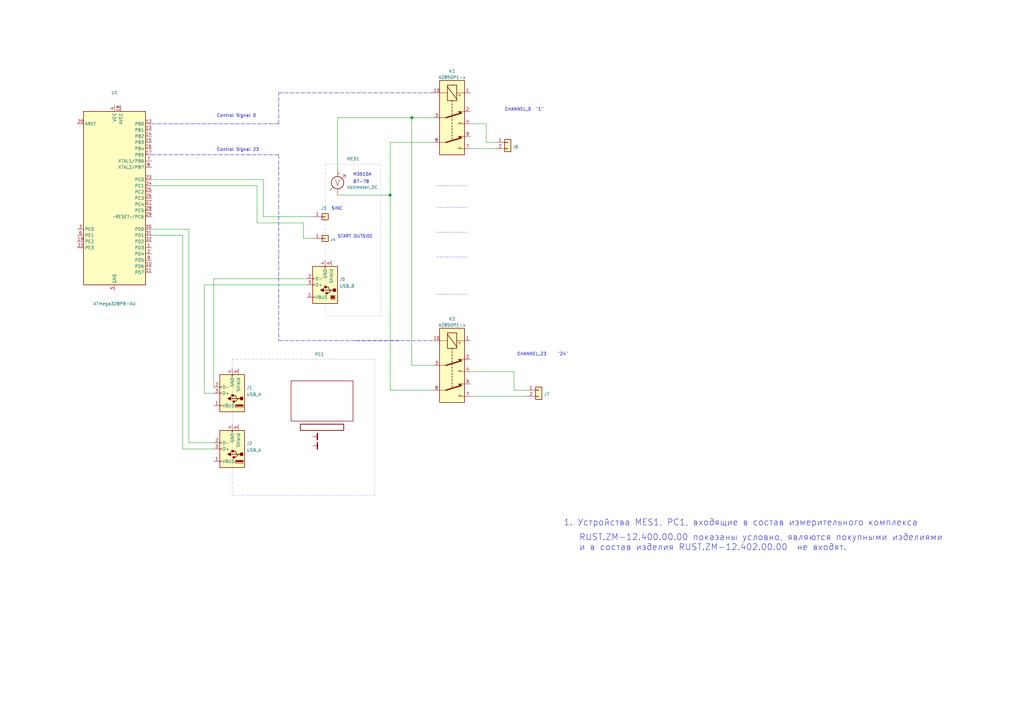
<source format=kicad_sch>
(kicad_sch (version 20210621) (generator eeschema)
  (paper "A3")
  (title_block (title "схема соединений блока измерений") (date "iss") (rev "rev") (company "com") (comment 1 "RUST.ZM-12.402.00.00") (comment 2 "c2") (comment 3 "c3") (comment 4 "c4") (comment 5 "c5") (comment 6 "c6") (comment 7 "c7") (comment 8 "c8") (comment 9 "c9"))
  (lib_symbols
    (symbol "Connector:USB_A" (pin_names (offset 1.016))
      (property "Reference" "J" (at -5.08 11.43 0))
      (property "Value" "USB_A" (at -5.08 8.89 0))
      (symbol "USB_A_1_1"
        (pin power_in line (at 7.62 5.08 180) (length 2.54) (name "VBUS") (number "1"))
        (pin bidirectional line (at 7.62 -2.54 180) (length 2.54) (name "D-") (number "2"))
        (pin bidirectional line (at 7.62 0 180) (length 2.54) (name "D+") (number "3"))
        (pin power_in line (at 0 -10.16 90) (length 2.54) (name "GND") (number "4"))
        (pin passive line (at -2.54 -10.16 90) (length 2.54) (name "Shield") (number "5"))
      )
    )
    (symbol "Connector:USB_B" (pin_names (offset 1.016))
      (property "Reference" "J" (at -5.08 11.43 0))
      (property "Value" "USB_B" (at -5.08 8.89 0))
      (symbol "USB_B_1_1"
        (pin power_out line (at 7.62 5.08 180) (length 2.54) (name "VBUS") (number "1"))
        (pin bidirectional line (at 7.62 -2.54 180) (length 2.54) (name "D-") (number "2"))
        (pin bidirectional line (at 7.62 0 180) (length 2.54) (name "D+") (number "3"))
        (pin power_out line (at 0 -10.16 90) (length 2.54) (name "GND") (number "4"))
        (pin passive line (at -2.54 -10.16 90) (length 2.54) (name "Shield") (number "5"))
      )
    )
    (symbol "Connector_Generic:Conn_01x01" (pin_names (offset 1.016) hide)
      (property "Reference" "J" (at 0 2.54 0))
      (property "Value" "Conn_01x01" (at 0 -2.54 0))
      (symbol "Conn_01x01_1_1"
        (pin passive line (at -5.08 0 0) (length 3.81) (name "Pin_1") (number "1"))
      )
    )
    (symbol "Connector_Generic:Conn_01x02" (pin_names (offset 1.016) hide)
      (property "Reference" "J" (at 0 2.54 0))
      (property "Value" "Conn_01x02" (at 0 -5.08 0))
      (symbol "Conn_01x02_1_1"
        (pin passive line (at -5.08 0 0) (length 3.81) (name "Pin_1") (number "1"))
        (pin passive line (at -5.08 -2.54 0) (length 3.81) (name "Pin_2") (number "2"))
      )
    )
    (symbol "Device:Voltmeter_DC" (pin_numbers hide) (pin_names (offset 0.0254) hide)
      (property "Reference" "MES" (at -3.302 1.016 0))
      (property "Value" "Voltmeter_DC" (at -3.302 -0.762 0))
      (symbol "Voltmeter_DC_0_0"
        (text "V" (at 0 0 0) (effects (font (size 2.54 2.54))))
      )
      (symbol "Voltmeter_DC_1_1"
        (pin passive line (at 0 -5.08 90) (length 2.54) (name "-") (number "1"))
        (pin passive line (at 0 5.08 270) (length 2.54) (name "+") (number "2"))
      )
    )
    (symbol "Device_GOST_my:PC" (pin_numbers hide) (pin_names (offset 1.016) hide)
      (property "Reference" "PC" (at 0 25.4 0))
      (symbol "PC_1_1"
        (pin passive line (at -3.81 0 0) (length 1.27) (name "1") (number "1"))
        (pin passive line (at -3.81 -3.81 0) (length 1.27) (name "2") (number "2"))
      )
    )
    (symbol "Diodes_shottky:1N5821" (pin_numbers hide) (pin_names (offset 0) hide)
      (property "Reference" "VD" (at 6.35 6.35 0))
      (property "ValueName" "1N5821" (at 6.35 -6.35 0))
      (symbol "1N5821_1_1"
        (pin passive line (at 0 0 0) (length 3.81) (name "A") (number "1"))
        (pin passive line (at 12.7 0 180) (length 3.81) (name "K") (number "2"))
      )
    )
    (symbol "LED:SFH4346" (pin_numbers hide) (pin_names hide)
      (property "Reference" "D" (at 0.508 1.778 0))
      (property "Value" "SFH4346" (at -1.016 -2.794 0))
      (symbol "SFH4346_1_1"
        (pin passive line (at -5.08 0 0) (length 2.54) (name "K") (number "1"))
        (pin passive line (at 2.54 0 180) (length 2.54) (name "A") (number "2"))
      )
    )
    (symbol "MCU_Espressif:ESP8266EX"
      (property "Reference" "U" (at 0 2.54 0))
      (property "Value" "ESP8266EX" (at 0 -2.54 0))
      (symbol "ESP8266EX_1_1"
        (pin power_in line (at -12.7 25.4 270) (length 2.54) (name "VDDA") (number "1"))
        (pin bidirectional line (at 22.86 -17.78 180) (length 2.54) (name "MTDI") (number "10"))
        (pin power_in line (at 0 25.4 270) (length 2.54) (name "VDDPST") (number "11"))
        (pin bidirectional line (at 22.86 -7.62 180) (length 2.54) (name "MTCK") (number "12"))
        (pin bidirectional line (at 22.86 -15.24 180) (length 2.54) (name "MTDO") (number "13"))
        (pin bidirectional line (at 22.86 -5.08 180) (length 2.54) (name "GPIO2") (number "14"))
        (pin bidirectional line (at 22.86 0 180) (length 2.54) (name "GPIO0") (number "15"))
        (pin bidirectional line (at 22.86 -20.32 180) (length 2.54) (name "GPIO4") (number "16"))
        (pin power_in line (at 2.54 25.4 270) (length 2.54) (name "VDDPST") (number "17"))
        (pin bidirectional line (at 22.86 10.16 180) (length 2.54) (name "SDIO_DATA_2") (number "18"))
        (pin bidirectional line (at 22.86 7.62 180) (length 2.54) (name "SDIO_DATA_3") (number "19"))
        (pin bidirectional line (at -22.86 0 0) (length 2.54) (name "LNA") (number "2"))
        (pin bidirectional line (at 22.86 17.78 180) (length 2.54) (name "SDIO_CMD") (number "20"))
        (pin bidirectional line (at 22.86 15.24 180) (length 2.54) (name "SDIO_CLK") (number "21"))
        (pin bidirectional line (at 22.86 12.7 180) (length 2.54) (name "SDIO_DATA_0") (number "22"))
        (pin bidirectional line (at 22.86 -2.54 180) (length 2.54) (name "SDIO_DATA_1") (number "23"))
        (pin bidirectional line (at 22.86 -10.16 180) (length 2.54) (name "GPIO5") (number "24"))
        (pin bidirectional line (at 22.86 5.08 180) (length 2.54) (name "U0RXD") (number "25"))
        (pin bidirectional line (at 22.86 2.54 180) (length 2.54) (name "U0TXD") (number "26"))
        (pin bidirectional line (at -22.86 -7.62 0) (length 2.54) (name "XTAL_OUT") (number "27"))
        (pin bidirectional line (at -22.86 -20.32 0) (length 2.54) (name "XTAL_IN") (number "28"))
        (pin power_in line (at 5.08 25.4 270) (length 2.54) (name "VDDD") (number "29"))
        (pin power_in line (at -7.62 25.4 270) (length 2.54) (name "VDD3P3") (number "3"))
        (pin power_in line (at -10.16 25.4 270) (length 2.54) (name "VDDA") (number "30"))
        (pin input line (at -22.86 7.62 0) (length 2.54) (name "RES12K") (number "31"))
        (pin input line (at -22.86 5.08 0) (length 2.54) (name "~{EXT_RSTB}") (number "32"))
        (pin power_in line (at 0 -27.94 90) (length 2.54) (name "GND") (number "33"))
        (pin power_in line (at -5.08 25.4 270) (length 2.54) (name "VDD3P3") (number "4"))
        (pin power_in line (at -2.54 25.4 270) (length 2.54) (name "VDD_RTC") (number "5"))
        (pin input line (at -22.86 12.7 0) (length 2.54) (name "TOUT") (number "6"))
        (pin input line (at -22.86 10.16 0) (length 2.54) (name "CHIP_PU") (number "7"))
        (pin bidirectional line (at -22.86 2.54 0) (length 2.54) (name "XPD_DCDC") (number "8"))
        (pin bidirectional line (at 22.86 -12.7 180) (length 2.54) (name "MTMS") (number "9"))
      )
    )
    (symbol "MCU_Microchip_ATmega:ATmega328PB-AU"
      (property "Reference" "U" (at -12.7 36.83 0))
      (property "Value" "ATmega328PB-AU" (at 2.54 -36.83 0))
      (symbol "ATmega328PB-AU_1_1"
        (pin bidirectional line (at 15.24 -20.32 180) (length 2.54) (name "PD3") (number "1"))
        (pin bidirectional line (at 15.24 -27.94 180) (length 2.54) (name "PD6") (number "10"))
        (pin bidirectional line (at 15.24 -30.48 180) (length 2.54) (name "PD7") (number "11"))
        (pin bidirectional line (at 15.24 30.48 180) (length 2.54) (name "PB0") (number "12"))
        (pin bidirectional line (at 15.24 27.94 180) (length 2.54) (name "PB1") (number "13"))
        (pin bidirectional line (at 15.24 25.4 180) (length 2.54) (name "PB2") (number "14"))
        (pin bidirectional line (at 15.24 22.86 180) (length 2.54) (name "PB3") (number "15"))
        (pin bidirectional line (at 15.24 20.32 180) (length 2.54) (name "PB4") (number "16"))
        (pin bidirectional line (at 15.24 17.78 180) (length 2.54) (name "PB5") (number "17"))
        (pin power_in line (at 2.54 38.1 270) (length 2.54) (name "AVCC") (number "18"))
        (pin bidirectional line (at -15.24 -17.78 0) (length 2.54) (name "PE2") (number "19"))
        (pin bidirectional line (at 15.24 -22.86 180) (length 2.54) (name "PD4") (number "2"))
        (pin passive line (at -15.24 30.48 0) (length 2.54) (name "AREF") (number "20"))
        (pin passive line (at 0 -38.1 90) (length 2.54) hide (name "GND") (number "21"))
        (pin bidirectional line (at -15.24 -20.32 0) (length 2.54) (name "PE3") (number "22"))
        (pin bidirectional line (at 15.24 7.62 180) (length 2.54) (name "PC0") (number "23"))
        (pin bidirectional line (at 15.24 5.08 180) (length 2.54) (name "PC1") (number "24"))
        (pin bidirectional line (at 15.24 2.54 180) (length 2.54) (name "PC2") (number "25"))
        (pin bidirectional line (at 15.24 0 180) (length 2.54) (name "PC3") (number "26"))
        (pin bidirectional line (at 15.24 -2.54 180) (length 2.54) (name "PC4") (number "27"))
        (pin bidirectional line (at 15.24 -5.08 180) (length 2.54) (name "PC5") (number "28"))
        (pin bidirectional line (at 15.24 -7.62 180) (length 2.54) (name "~RESET~/PC6") (number "29"))
        (pin bidirectional line (at -15.24 -12.7 0) (length 2.54) (name "PE0") (number "3"))
        (pin bidirectional line (at 15.24 -12.7 180) (length 2.54) (name "PD0") (number "30"))
        (pin bidirectional line (at 15.24 -15.24 180) (length 2.54) (name "PD1") (number "31"))
        (pin bidirectional line (at 15.24 -17.78 180) (length 2.54) (name "PD2") (number "32"))
        (pin power_in line (at 0 38.1 270) (length 2.54) (name "VCC") (number "4"))
        (pin power_in line (at 0 -38.1 90) (length 2.54) (name "GND") (number "5"))
        (pin bidirectional line (at -15.24 -15.24 0) (length 2.54) (name "PE1") (number "6"))
        (pin bidirectional line (at 15.24 15.24 180) (length 2.54) (name "XTAL1/PB6") (number "7"))
        (pin bidirectional line (at 15.24 12.7 180) (length 2.54) (name "XTAL2/PB7") (number "8"))
        (pin bidirectional line (at 15.24 -25.4 180) (length 2.54) (name "PD5") (number "9"))
      )
    )
    (symbol "Relay:AZ850P1-x"
      (property "Reference" "K" (at 16.51 3.81 0))
      (property "Value" "AZ850P1-x" (at 16.51 1.27 0))
      (symbol "AZ850P1-x_0_0"
        (text "+" (at -9.271 2.921 0) (effects (font (size 1.27 1.27))))
      )
      (symbol "AZ850P1-x_1_1"
        (pin passive line (at -10.16 7.62 270) (length 2.54) (name "~") (number "1"))
        (pin passive line (at -10.16 -7.62 90) (length 2.54) (name "~") (number "10"))
        (pin passive line (at -2.54 7.62 270) (length 2.54) (name "~") (number "2"))
        (pin passive line (at 0 -7.62 90) (length 2.54) (name "~") (number "3"))
        (pin passive line (at 2.54 7.62 270) (length 2.54) (name "~") (number "4"))
        (pin passive line (at 12.7 7.62 270) (length 2.54) (name "~") (number "7"))
        (pin passive line (at 10.16 -7.62 90) (length 2.54) (name "~") (number "8"))
        (pin passive line (at 7.62 7.62 270) (length 2.54) (name "~") (number "9"))
      )
    )
    (symbol "Switch:SW_MEC_5G" (pin_numbers hide) (pin_names hide)
      (property "Reference" "SW" (at 1.27 2.54 0))
      (property "Value" "SW_MEC_5G" (at 0 -1.524 0))
      (symbol "SW_MEC_5G_0_1"
        (pin passive line (at -5.08 0 0) (length 2.54) (name "A") (number "1"))
        (pin passive line (at 5.08 0 180) (length 2.54) (name "B") (number "3"))
      )
      (symbol "SW_MEC_5G_1_1"
        (pin passive line (at -5.08 0 0) (length 2.54) hide (name "A") (number "2"))
        (pin passive line (at 5.08 0 180) (length 2.54) hide (name "B") (number "4"))
      )
    )
    (symbol "[LTM][Resistors][r1-12][0805][2012M][5]:R1-12-0,125-10kOhm-5%-M" (pin_numbers hide) (pin_names (offset 0) hide)
      (property "Reference" "R" (at 0 3.81 0))
      (property "ValueName" "10 к" (at 0 -3.81 0))
      (symbol "R1-12-0,125-10kOhm-5%-M_1_1"
        (pin passive line (at -10.16 0 0) (length 5.08) (name "~") (number "1"))
        (pin passive line (at 10.16 0 180) (length 5.08) (name "~") (number "2"))
      )
    )
    (symbol "[LTM][Resistors][r1-12][0805][2012M][5]:R1-12-0,125-33kOhm-1%-M" (pin_numbers hide) (pin_names (offset 0) hide)
      (property "Reference" "R" (at 0 3.81 0))
      (property "ValueName" "33 к" (at 0 -3.81 0))
      (symbol "R1-12-0,125-33kOhm-1%-M_1_1"
        (pin passive line (at -10.16 0 0) (length 5.08) (name "~") (number "1"))
        (pin passive line (at 10.16 0 180) (length 5.08) (name "~") (number "2"))
      )
    )
    (symbol "power:+5V" (power) (pin_names (offset 0))
      (property "Value" "+5V" (at 0 3.556 0))
      (symbol "+5V_1_1"
        (pin power_in line (at 0 0 90) (length 0) hide (name "+5V") (number "1"))
      )
    )
    (symbol "power_modules:AC-DC_220_5_1" (pin_names (offset 0.002))
      (property "Reference" "DA" (at 16.51 7.62 0))
      (symbol "AC-DC_220_5_1_0_0"
        (text "AC" (at 16.51 1.27 0) (effects (font (size 3 3))))
        (text "DC" (at 16.51 -3.81 0) (effects (font (size 3 3))))
      )
      (symbol "AC-DC_220_5_1_1_1"
        (pin power_in line (at 0 0 0) (length 5) (name "AC") (number "1"))
        (pin power_in line (at 0 -15.24 0) (length 5) (name "AC") (number "2"))
        (pin power_out line (at 35.56 -15.24 180) (length 5) (name "GND") (number "3"))
        (pin power_out line (at 35.56 0 180) (length 5) (name "+5V") (number "4"))
      )
    )
    (symbol "power_modules:CELL1" (pin_names (offset 0.635))
      (property "Reference" "BAT" (at 3.81 8.89 0))
      (symbol "CELL1_0_0"
        (text "+" (at 3.81 3.81 0) (effects (font (size 1.27 1.27))))
        (pin power_in line (at 0 0 0) (length 5.08) (name "~") (number "1"))
      )
      (symbol "CELL1_1_1"
        (pin power_in line (at 11.43 0 180) (length 5.08) (name "~") (number "2"))
      )
    )
    (symbol "power_modules:CELL3" (pin_names (offset 0.635))
      (property "Reference" "BAT" (at 5.08 8.89 0))
      (property "ValueName" "ВНЕШНЯЯ БАТАРЕЯ" (at 6.35 -33.02 0))
      (symbol "CELL3_0_0"
        (text "" (at -10.16 -25.4 0) (effects (font (size 1.27 1.27))))
        (text "" (at -10.16 0 0) (effects (font (size 1.27 1.27))))
        (text "+" (at 3.81 -21.59 0) (effects (font (size 1.27 1.27))))
        (text "+" (at 3.81 -8.89 0) (effects (font (size 1.27 1.27))))
        (text "+" (at 3.81 3.81 0) (effects (font (size 1.27 1.27))))
        (pin power_in line (at 0 -25.4 0) (length 5.08) (name "~") (number "1"))
        (pin power_in line (at 0 -12.7 0) (length 5.08) (name "~") (number "1"))
        (pin power_in line (at 0 0 0) (length 5.08) (name "~") (number "1"))
      )
      (symbol "CELL3_1_1"
        (pin power_in line (at 11.43 -25.4 180) (length 5.08) (name "~") (number "2"))
        (pin power_in line (at 11.43 -12.7 180) (length 5.08) (name "~") (number "2"))
        (pin power_in line (at 11.43 0 180) (length 5.08) (name "~") (number "2"))
      )
    )
    (symbol "power_modules:DC-DC_4056_CHARGER" (pin_names (offset 0.002))
      (property "Reference" "DA" (at 15 7 0))
      (symbol "DC-DC_4056_CHARGER_0_0"
        (text "" (at 25 -5 0) (effects (font (size 1 1))))
        (text "" (at 33 0 0) (effects (font (size 1 1))))
        (text "" (at 34 0 0) (effects (font (size 1 1))))
        (text "4056" (at 17 -1 0) (effects (font (size 2 2))))
        (text "DCDC" (at 17 2 0) (effects (font (size 2 2))))
        (pin power_in line (at 0 0 0) (length 5) (name "+5V") (number "1"))
      )
      (symbol "DC-DC_4056_CHARGER_1_1"
        (pin power_in line (at 0 -15.24 0) (length 5) (name "GND") (number "2"))
        (pin power_out line (at 36.83 -15.24 180) (length 5) (name "-OUT") (number "3"))
        (pin power_out line (at 36.83 -10.16 180) (length 5) (name "-BAT") (number "4"))
        (pin power_out line (at 36.83 -5.08 180) (length 5) (name "+BAT") (number "5"))
        (pin power_out line (at 36.83 0 180) (length 5) (name "+OUT") (number "6"))
      )
    )
    (symbol "power_modules:DC-DC_B628_2_15V" (pin_names (offset 0.002))
      (property "Reference" "DA" (at 15 7 0))
      (symbol "DC-DC_B628_2_15V_0_0"
        (text "B628" (at 16.9926 -0.9906 0) (effects (font (size 1.4986 1.4986))))
        (text "DCDC" (at 17 2 0) (effects (font (size 1.5 1.5))))
        (pin power_in line (at 0 0 0) (length 5) (name "+5V") (number "1"))
      )
      (symbol "DC-DC_B628_2_15V_1_1"
        (pin power_in line (at 0 -15.24 0) (length 5.0038) (name "GND") (number "2"))
        (pin power_out line (at 35.56 -15.24 180) (length 5) (name "GND") (number "3"))
        (pin power_out line (at 35.56 0 180) (length 5.0038) (name "+3.3V") (number "4"))
      )
    )
    (symbol "power_modules:Display_1306" (pin_names (offset 0.0254))
      (property "Reference" "DD" (at 24.13 7.62 0))
      (property "ValueName" "Oled Display" (at 25.527 -36.703 0))
      (symbol "Display_1306_0_0"
        (text "1306" (at 24.13 -5.08 0) (effects (font (size 2.527 2.527))))
        (text "Screen" (at 24.257 1.016 0) (effects (font (size 2.527 2.527))))
      )
      (symbol "Display_1306_1_1"
        (pin bidirectional line (at 0 0 0) (length 5.08) (name "SDA") (number "1"))
        (pin bidirectional line (at 0 -5.08 0) (length 5.08) (name "SCL") (number "2"))
        (pin bidirectional line (at 0 -10.16 0) (length 5.08) (name "VCC") (number "3"))
        (pin bidirectional line (at 0 -15.24 0) (length 5.08) (name "GND") (number "4"))
      )
      (symbol "Display_1306_2_1"
        (pin bidirectional line (at 48.26 -35.56 180) (length 5.08) (name "PD7") (number "41"))
        (pin bidirectional line (at 48.26 -40.64 180) (length 5.08) (name "PD8") (number "42"))
        (pin bidirectional line (at 48.26 -45.72 180) (length 5.08) (name "PD9") (number "43"))
        (pin bidirectional line (at 48.26 -50.8 180) (length 5.08) (name "PD10") (number "44"))
        (pin bidirectional line (at 48.26 -55.88 180) (length 5.08) (name "PD11") (number "45"))
        (pin bidirectional line (at 48.26 -60.96 180) (length 5.08) (name "PD12") (number "46"))
        (pin bidirectional line (at 48.26 -66.04 180) (length 5.08) (name "PD13") (number "47"))
        (pin bidirectional line (at 48.26 -71.12 180) (length 5.08) (name "PD14") (number "48"))
        (pin bidirectional line (at 48.26 -76.2 180) (length 5.08) (name "PD15") (number "49"))
        (pin bidirectional line (at 0 -25.4 0) (length 5.08) (name "PC5") (number "56"))
        (pin bidirectional line (at 0 -30.48 0) (length 5.08) (name "PC6") (number "57"))
        (pin bidirectional line (at 0 -35.56 0) (length 5.08) (name "PC7") (number "58"))
        (pin bidirectional line (at 0 -40.64 0) (length 5.08) (name "PC8") (number "59"))
        (pin bidirectional line (at 0 -45.72 0) (length 5.08) (name "PC9") (number "60"))
        (pin bidirectional line (at 0 -50.8 0) (length 5.08) (name "PC10") (number "61"))
        (pin bidirectional line (at 0 -55.88 0) (length 5.08) (name "PC11") (number "62"))
        (pin bidirectional line (at 0 -60.96 0) (length 5.08) (name "PC12") (number "63"))
        (pin bidirectional line (at 0 -66.04 0) (length 5.08) (name "PC13") (number "67"))
        (pin bidirectional line (at 0 -71.12 0) (length 5.08) (name "PC14") (number "68"))
        (pin bidirectional line (at 0 -76.2 0) (length 5.08) (name "PC15") (number "69"))
        (pin bidirectional line (at 48.26 0 180) (length 5.08) (name "PD0") (number "72"))
        (pin bidirectional line (at 48.26 -5.08 180) (length 5.08) (name "PD1") (number "73"))
        (pin bidirectional line (at 48.26 -10.16 180) (length 5.08) (name "PD2") (number "74"))
        (pin bidirectional line (at 48.26 -15.24 180) (length 5.08) (name "PD3") (number "75"))
        (pin bidirectional line (at 48.26 -20.32 180) (length 5.08) (name "PD4") (number "76"))
        (pin bidirectional line (at 48.26 -25.4 180) (length 5.08) (name "PD5") (number "77"))
        (pin bidirectional line (at 48.26 -30.48 180) (length 5.08) (name "PD6") (number "78"))
        (pin bidirectional line (at 0 0 0) (length 5.08) (name "PC0") (number "89"))
        (pin bidirectional line (at 0 -5.08 0) (length 5.08) (name "PC1") (number "90"))
        (pin bidirectional line (at 0 -10.16 0) (length 5.08) (name "PC2") (number "91"))
        (pin bidirectional line (at 0 -15.24 0) (length 5.08) (name "PC3") (number "92"))
        (pin bidirectional line (at 0 -20.32 0) (length 5.08) (name "PC4") (number "93"))
      )
      (symbol "Display_1306_3_1"
        (pin bidirectional line (at 0 -15.24 0) (length 5.08) (name "PE3") (number "16"))
        (pin bidirectional line (at 0 -20.32 0) (length 5.08) (name "PE4") (number "17"))
        (pin bidirectional line (at 0 -25.4 0) (length 5.08) (name "PE5") (number "18"))
        (pin bidirectional line (at 0 -40.64 0) (length 5.08) (name "PE8") (number "19"))
        (pin bidirectional line (at 0 -45.72 0) (length 5.08) (name "PE9") (number "20"))
        (pin bidirectional line (at 0 -50.8 0) (length 5.08) (name "PE10") (number "21"))
        (pin bidirectional line (at 0 -55.88 0) (length 5.08) (name "PE11") (number "22"))
        (pin bidirectional line (at 0 -60.96 0) (length 5.08) (name "PE12") (number "23"))
        (pin bidirectional line (at 0 -66.04 0) (length 5.08) (name "PE13") (number "24"))
        (pin bidirectional line (at 0 -71.12 0) (length 5.08) (name "PE14") (number "25"))
        (pin bidirectional line (at 0 -76.2 0) (length 5.08) (name "PE15") (number "26"))
        (pin bidirectional line (at 48.26 0 180) (length 5.08) (name "PF0") (number "27"))
        (pin bidirectional line (at 48.26 -5.08 180) (length 5.08) (name "PF1") (number "28"))
        (pin bidirectional line (at 48.26 -10.16 180) (length 5.08) (name "PF2") (number "29"))
        (pin bidirectional line (at 0 -30.48 0) (length 5.08) (name "PE6") (number "34"))
        (pin bidirectional line (at 0 -35.56 0) (length 5.08) (name "PE7") (number "35"))
        (pin bidirectional line (at 0 0 0) (length 5.08) (name "PE0") (number "50"))
        (pin bidirectional line (at 0 -5.08 0) (length 5.08) (name "PE1") (number "51"))
        (pin bidirectional line (at 0 -10.16 0) (length 5.08) (name "PE2") (number "52"))
        (pin bidirectional line (at 48.26 -66.04 180) (length 5.08) (name "PF13") (number "64"))
        (pin bidirectional line (at 48.26 -71.12 180) (length 5.08) (name "PF14") (number "65"))
        (pin bidirectional line (at 48.26 -76.2 180) (length 5.08) (name "PF15") (number "66"))
        (pin bidirectional line (at 48.26 -15.24 180) (length 5.08) (name "PF3") (number "79"))
        (pin bidirectional line (at 48.26 -20.32 180) (length 5.08) (name "PF4") (number "80"))
        (pin bidirectional line (at 48.26 -25.4 180) (length 5.08) (name "PF5") (number "81"))
        (pin bidirectional line (at 48.26 -30.48 180) (length 5.08) (name "PF6") (number "82"))
        (pin bidirectional line (at 48.26 -35.56 180) (length 5.08) (name "PF7") (number "83"))
        (pin bidirectional line (at 48.26 -40.64 180) (length 5.08) (name "PF8") (number "84"))
        (pin bidirectional line (at 48.26 -45.72 180) (length 5.08) (name "PF9") (number "85"))
        (pin bidirectional line (at 48.26 -50.8 180) (length 5.08) (name "PF10") (number "86"))
        (pin bidirectional line (at 48.26 -55.88 180) (length 5.08) (name "PF11") (number "87"))
        (pin bidirectional line (at 48.26 -60.96 180) (length 5.08) (name "PF12") (number "88"))
      )
      (symbol "Display_1306_4_1"
        (pin power_in line (at 48.26 -71.12 180) (length 5.08) (name "VSS1A") (number "1"))
        (pin bidirectional line (at 0 -66.04 0) (length 5.08) (name "EXRES1") (number "10"))
        (pin power_in line (at 48.26 -86.36 180) (length 5.08) (name "VSS3A") (number "11"))
        (pin power_in line (at 48.26 -60.96 180) (length 5.08) (name "GND") (number "116"))
        (pin power_in line (at 48.26 -10.16 180) (length 5.08) (name "Ucc") (number "117"))
        (pin power_in line (at 48.26 -30.48 180) (length 5.08) (name "VDD3A") (number "12"))
        (pin bidirectional line (at 0 -81.28 0) (length 5.08) (name "TMS") (number "128"))
        (pin bidirectional line (at 0 -86.36 0) (length 5.08) (name "TDI") (number "129"))
        (pin power_out line (at 48.26 -91.44 180) (length 5.08) (name "VSS4A") (number "13"))
        (pin bidirectional line (at 0 -91.44 0) (length 5.08) (name "TDO") (number "130"))
        (pin bidirectional line (at 0 -96.52 0) (length 5.08) (name "TCK") (number "131"))
        (pin bidirectional line (at 0 -101.6 0) (length 5.08) (name "TRST") (number "132"))
        (pin power_in line (at 48.26 -35.56 180) (length 5.08) (name "VDD4A") (number "14"))
        (pin bidirectional line (at 0 -20.32 0) (length 5.08) (name "ITCMLAEN") (number "15"))
        (pin bidirectional line (at 0 -50.8 0) (length 5.08) (name "TXN") (number "2"))
        (pin bidirectional line (at 0 -45.72 0) (length 5.08) (name "TXP") (number "3"))
        (pin power_in line (at 48.26 -50.8 180) (length 5.08) (name "GND") (number "30"))
        (pin power_in line (at 48.26 0 180) (length 5.08) (name "Ucc") (number "31"))
        (pin power_in line (at 48.26 -40.64 180) (length 5.08) (name "BUcc") (number "32"))
        (pin bidirectional line (at 0 -106.68 0) (length 5.08) (name "JTAGEN") (number "33"))
        (pin bidirectional line (at 0 -15.24 0) (length 5.08) (name "WAKEUP") (number "36"))
        (pin bidirectional line (at 0 -30.48 0) (length 5.08) (name "DP") (number "37"))
        (pin bidirectional line (at 0 -35.56 0) (length 5.08) (name "DN") (number "38"))
        (pin power_in line (at 48.26 -66.04 180) (length 5.08) (name "AGND") (number "39"))
        (pin power_in line (at 48.26 -76.2 180) (length 5.08) (name "VSS1A") (number "4"))
        (pin power_in line (at 48.26 -15.24 180) (length 5.08) (name "AUcc") (number "40"))
        (pin power_in line (at 48.26 -20.32 180) (length 5.08) (name "VDD1A") (number "5"))
        (pin bidirectional line (at 0 -5.08 0) (length 5.08) (name "OSC_IN") (number "53"))
        (pin bidirectional line (at 0 -10.16 0) (length 5.08) (name "OSC_OUT") (number "54"))
        (pin bidirectional line (at 0 0 0) (length 5.08) (name "nRESET") (number "55"))
        (pin bidirectional line (at 0 -60.96 0) (length 5.08) (name "RXN") (number "6"))
        (pin bidirectional line (at 0 -55.88 0) (length 5.08) (name "RXP") (number "7"))
        (pin power_in line (at 48.26 -55.88 180) (length 5.08) (name "GND") (number "70"))
        (pin power_in line (at 48.26 -5.08 180) (length 5.08) (name "Ucc") (number "71"))
        (pin power_in line (at 48.26 -25.4 180) (length 5.08) (name "VDD2A") (number "8"))
        (pin power_in line (at 48.26 -81.28 180) (length 5.08) (name "VSS2A") (number "9"))
      )
    )
    (symbol "power_modules:Earth" (power) (pin_numbers hide) (pin_names (offset 0) hide)
      (symbol "Earth_1_1"
        (pin power_in line (at 0 0 270) (length 0) hide (name "Earth") (number "1"))
      )
    )
    (symbol "power_modules:NANO_ATmega328" (pin_names (offset 0.0254))
      (property "Reference" "DD" (at 24.13 7.62 0))
      (property "ValueName" "NANO_ATmega328" (at 25.4 -83.82 0))
      (symbol "NANO_ATmega328_0_0"
        (text "MCU" (at 24.257 1.016 0) (effects (font (size 2.527 2.527))))
      )
      (symbol "NANO_ATmega328_1_1"
        (pin bidirectional line (at 0 0 0) (length 5.08) (name "D13/PB5") (number "1"))
        (pin bidirectional line (at 0 -45.72 0) (length 5.08) (name "A6/ADC[6]") (number "10"))
        (pin bidirectional line (at 0 -50.8 0) (length 5.08) (name "A7/ADC[7]") (number "11"))
        (pin bidirectional line (at 0 -55.88 0) (length 5.08) (name "+5V") (number "12"))
        (pin bidirectional line (at 0 -60.96 0) (length 5.08) (name "RESET/PC6") (number "13"))
        (pin bidirectional line (at 0 -66.04 0) (length 5.08) (name "GND") (number "14"))
        (pin bidirectional line (at 0 -71.12 0) (length 5.08) (name "Vin") (number "15"))
        (pin bidirectional line (at 48.26 -71.12 180) (length 5.08) (name "TX1/PD1") (number "16"))
        (pin bidirectional line (at 48.26 -66.04 180) (length 5.08) (name "RX0/PD0") (number "17"))
        (pin bidirectional line (at 48.26 -60.96 180) (length 5.08) (name "PC6/RESET") (number "18"))
        (pin bidirectional line (at 48.26 -55.88 180) (length 5.08) (name "GND") (number "19"))
        (pin bidirectional line (at 0 -5.08 0) (length 5.08) (name "+3v3") (number "2"))
        (pin bidirectional line (at 48.26 -50.8 180) (length 5.08) (name "D2/PD2") (number "20"))
        (pin bidirectional line (at 48.26 -45.72 180) (length 5.08) (name "D3/PD3") (number "21"))
        (pin bidirectional line (at 48.26 -40.64 180) (length 5.08) (name "D4/PD4") (number "22"))
        (pin bidirectional line (at 48.26 -35.56 180) (length 5.08) (name "D5/PD5") (number "23"))
        (pin bidirectional line (at 48.26 -30.48 180) (length 5.08) (name "D6/PD6") (number "24"))
        (pin bidirectional line (at 48.26 -25.4 180) (length 5.08) (name "D7/PD7") (number "25"))
        (pin bidirectional line (at 48.26 -20.32 180) (length 5.08) (name "D8/PB0") (number "26"))
        (pin bidirectional line (at 48.26 -15.24 180) (length 5.08) (name "D9/PB1") (number "27"))
        (pin bidirectional line (at 48.26 -10.16 180) (length 5.08) (name "D10/PB2") (number "28"))
        (pin bidirectional line (at 48.26 -5.08 180) (length 5.08) (name "D11/PB3") (number "29"))
        (pin bidirectional line (at 0 -10.16 0) (length 5.08) (name "AREF") (number "3"))
        (pin bidirectional line (at 48.26 0 180) (length 5.08) (name "D12/PB4") (number "30"))
        (pin bidirectional line (at 0 -15.24 0) (length 5.08) (name "A0/PC0") (number "4"))
        (pin bidirectional line (at 0 -20.32 0) (length 5.08) (name "A1/PC1") (number "5"))
        (pin bidirectional line (at 0 -25.4 0) (length 5.08) (name "A2/PC2") (number "6"))
        (pin bidirectional line (at 0 -30.48 0) (length 5.08) (name "A3/PC3") (number "7"))
        (pin bidirectional line (at 0 -35.56 0) (length 5.08) (name "A4/PC4") (number "8"))
        (pin bidirectional line (at 0 -40.64 0) (length 5.08) (name "A5/PC5") (number "9"))
      )
      (symbol "NANO_ATmega328_2_1"
        (pin bidirectional line (at 48.26 -35.56 180) (length 5.08) (name "PD7") (number "41"))
        (pin bidirectional line (at 48.26 -40.64 180) (length 5.08) (name "PD8") (number "42"))
        (pin bidirectional line (at 48.26 -45.72 180) (length 5.08) (name "PD9") (number "43"))
        (pin bidirectional line (at 48.26 -50.8 180) (length 5.08) (name "PD10") (number "44"))
        (pin bidirectional line (at 48.26 -55.88 180) (length 5.08) (name "PD11") (number "45"))
        (pin bidirectional line (at 48.26 -60.96 180) (length 5.08) (name "PD12") (number "46"))
        (pin bidirectional line (at 48.26 -66.04 180) (length 5.08) (name "PD13") (number "47"))
        (pin bidirectional line (at 48.26 -71.12 180) (length 5.08) (name "PD14") (number "48"))
        (pin bidirectional line (at 48.26 -76.2 180) (length 5.08) (name "PD15") (number "49"))
        (pin bidirectional line (at 0 -25.4 0) (length 5.08) (name "PC5") (number "56"))
        (pin bidirectional line (at 0 -30.48 0) (length 5.08) (name "PC6") (number "57"))
        (pin bidirectional line (at 0 -35.56 0) (length 5.08) (name "PC7") (number "58"))
        (pin bidirectional line (at 0 -40.64 0) (length 5.08) (name "PC8") (number "59"))
        (pin bidirectional line (at 0 -45.72 0) (length 5.08) (name "PC9") (number "60"))
        (pin bidirectional line (at 0 -50.8 0) (length 5.08) (name "PC10") (number "61"))
        (pin bidirectional line (at 0 -55.88 0) (length 5.08) (name "PC11") (number "62"))
        (pin bidirectional line (at 0 -60.96 0) (length 5.08) (name "PC12") (number "63"))
        (pin bidirectional line (at 0 -66.04 0) (length 5.08) (name "PC13") (number "67"))
        (pin bidirectional line (at 0 -71.12 0) (length 5.08) (name "PC14") (number "68"))
        (pin bidirectional line (at 0 -76.2 0) (length 5.08) (name "PC15") (number "69"))
        (pin bidirectional line (at 48.26 0 180) (length 5.08) (name "PD0") (number "72"))
        (pin bidirectional line (at 48.26 -5.08 180) (length 5.08) (name "PD1") (number "73"))
        (pin bidirectional line (at 48.26 -10.16 180) (length 5.08) (name "PD2") (number "74"))
        (pin bidirectional line (at 48.26 -15.24 180) (length 5.08) (name "PD3") (number "75"))
        (pin bidirectional line (at 48.26 -20.32 180) (length 5.08) (name "PD4") (number "76"))
        (pin bidirectional line (at 48.26 -25.4 180) (length 5.08) (name "PD5") (number "77"))
        (pin bidirectional line (at 48.26 -30.48 180) (length 5.08) (name "PD6") (number "78"))
        (pin bidirectional line (at 0 0 0) (length 5.08) (name "PC0") (number "89"))
        (pin bidirectional line (at 0 -5.08 0) (length 5.08) (name "PC1") (number "90"))
        (pin bidirectional line (at 0 -10.16 0) (length 5.08) (name "PC2") (number "91"))
        (pin bidirectional line (at 0 -15.24 0) (length 5.08) (name "PC3") (number "92"))
        (pin bidirectional line (at 0 -20.32 0) (length 5.08) (name "PC4") (number "93"))
      )
      (symbol "NANO_ATmega328_3_1"
        (pin bidirectional line (at 0 -15.24 0) (length 5.08) (name "PE3") (number "16"))
        (pin bidirectional line (at 0 -20.32 0) (length 5.08) (name "PE4") (number "17"))
        (pin bidirectional line (at 0 -25.4 0) (length 5.08) (name "PE5") (number "18"))
        (pin bidirectional line (at 0 -40.64 0) (length 5.08) (name "PE8") (number "19"))
        (pin bidirectional line (at 0 -45.72 0) (length 5.08) (name "PE9") (number "20"))
        (pin bidirectional line (at 0 -50.8 0) (length 5.08) (name "PE10") (number "21"))
        (pin bidirectional line (at 0 -55.88 0) (length 5.08) (name "PE11") (number "22"))
        (pin bidirectional line (at 0 -60.96 0) (length 5.08) (name "PE12") (number "23"))
        (pin bidirectional line (at 0 -66.04 0) (length 5.08) (name "PE13") (number "24"))
        (pin bidirectional line (at 0 -71.12 0) (length 5.08) (name "PE14") (number "25"))
        (pin bidirectional line (at 0 -76.2 0) (length 5.08) (name "PE15") (number "26"))
        (pin bidirectional line (at 48.26 0 180) (length 5.08) (name "PF0") (number "27"))
        (pin bidirectional line (at 48.26 -5.08 180) (length 5.08) (name "PF1") (number "28"))
        (pin bidirectional line (at 48.26 -10.16 180) (length 5.08) (name "PF2") (number "29"))
        (pin bidirectional line (at 0 -30.48 0) (length 5.08) (name "PE6") (number "34"))
        (pin bidirectional line (at 0 -35.56 0) (length 5.08) (name "PE7") (number "35"))
        (pin bidirectional line (at 0 0 0) (length 5.08) (name "PE0") (number "50"))
        (pin bidirectional line (at 0 -5.08 0) (length 5.08) (name "PE1") (number "51"))
        (pin bidirectional line (at 0 -10.16 0) (length 5.08) (name "PE2") (number "52"))
        (pin bidirectional line (at 48.26 -66.04 180) (length 5.08) (name "PF13") (number "64"))
        (pin bidirectional line (at 48.26 -71.12 180) (length 5.08) (name "PF14") (number "65"))
        (pin bidirectional line (at 48.26 -76.2 180) (length 5.08) (name "PF15") (number "66"))
        (pin bidirectional line (at 48.26 -15.24 180) (length 5.08) (name "PF3") (number "79"))
        (pin bidirectional line (at 48.26 -20.32 180) (length 5.08) (name "PF4") (number "80"))
        (pin bidirectional line (at 48.26 -25.4 180) (length 5.08) (name "PF5") (number "81"))
        (pin bidirectional line (at 48.26 -30.48 180) (length 5.08) (name "PF6") (number "82"))
        (pin bidirectional line (at 48.26 -35.56 180) (length 5.08) (name "PF7") (number "83"))
        (pin bidirectional line (at 48.26 -40.64 180) (length 5.08) (name "PF8") (number "84"))
        (pin bidirectional line (at 48.26 -45.72 180) (length 5.08) (name "PF9") (number "85"))
        (pin bidirectional line (at 48.26 -50.8 180) (length 5.08) (name "PF10") (number "86"))
        (pin bidirectional line (at 48.26 -55.88 180) (length 5.08) (name "PF11") (number "87"))
        (pin bidirectional line (at 48.26 -60.96 180) (length 5.08) (name "PF12") (number "88"))
      )
      (symbol "NANO_ATmega328_4_1"
        (pin power_in line (at 48.26 -71.12 180) (length 5.08) (name "VSS1A") (number "1"))
        (pin bidirectional line (at 0 -66.04 0) (length 5.08) (name "EXRES1") (number "10"))
        (pin power_in line (at 48.26 -86.36 180) (length 5.08) (name "VSS3A") (number "11"))
        (pin power_in line (at 48.26 -60.96 180) (length 5.08) (name "GND") (number "116"))
        (pin power_in line (at 48.26 -10.16 180) (length 5.08) (name "Ucc") (number "117"))
        (pin power_in line (at 48.26 -30.48 180) (length 5.08) (name "VDD3A") (number "12"))
        (pin bidirectional line (at 0 -81.28 0) (length 5.08) (name "TMS") (number "128"))
        (pin bidirectional line (at 0 -86.36 0) (length 5.08) (name "TDI") (number "129"))
        (pin power_out line (at 48.26 -91.44 180) (length 5.08) (name "VSS4A") (number "13"))
        (pin bidirectional line (at 0 -91.44 0) (length 5.08) (name "TDO") (number "130"))
        (pin bidirectional line (at 0 -96.52 0) (length 5.08) (name "TCK") (number "131"))
        (pin bidirectional line (at 0 -101.6 0) (length 5.08) (name "TRST") (number "132"))
        (pin power_in line (at 48.26 -35.56 180) (length 5.08) (name "VDD4A") (number "14"))
        (pin bidirectional line (at 0 -20.32 0) (length 5.08) (name "ITCMLAEN") (number "15"))
        (pin bidirectional line (at 0 -50.8 0) (length 5.08) (name "TXN") (number "2"))
        (pin bidirectional line (at 0 -45.72 0) (length 5.08) (name "TXP") (number "3"))
        (pin power_in line (at 48.26 -50.8 180) (length 5.08) (name "GND") (number "30"))
        (pin power_in line (at 48.26 0 180) (length 5.08) (name "Ucc") (number "31"))
        (pin power_in line (at 48.26 -40.64 180) (length 5.08) (name "BUcc") (number "32"))
        (pin bidirectional line (at 0 -106.68 0) (length 5.08) (name "JTAGEN") (number "33"))
        (pin bidirectional line (at 0 -15.24 0) (length 5.08) (name "WAKEUP") (number "36"))
        (pin bidirectional line (at 0 -30.48 0) (length 5.08) (name "DP") (number "37"))
        (pin bidirectional line (at 0 -35.56 0) (length 5.08) (name "DN") (number "38"))
        (pin power_in line (at 48.26 -66.04 180) (length 5.08) (name "AGND") (number "39"))
        (pin power_in line (at 48.26 -76.2 180) (length 5.08) (name "VSS1A") (number "4"))
        (pin power_in line (at 48.26 -15.24 180) (length 5.08) (name "AUcc") (number "40"))
        (pin power_in line (at 48.26 -20.32 180) (length 5.08) (name "VDD1A") (number "5"))
        (pin bidirectional line (at 0 -5.08 0) (length 5.08) (name "OSC_IN") (number "53"))
        (pin bidirectional line (at 0 -10.16 0) (length 5.08) (name "OSC_OUT") (number "54"))
        (pin bidirectional line (at 0 0 0) (length 5.08) (name "nRESET") (number "55"))
        (pin bidirectional line (at 0 -60.96 0) (length 5.08) (name "RXN") (number "6"))
        (pin bidirectional line (at 0 -55.88 0) (length 5.08) (name "RXP") (number "7"))
        (pin power_in line (at 48.26 -55.88 180) (length 5.08) (name "GND") (number "70"))
        (pin power_in line (at 48.26 -5.08 180) (length 5.08) (name "Ucc") (number "71"))
        (pin power_in line (at 48.26 -25.4 180) (length 5.08) (name "VDD2A") (number "8"))
        (pin power_in line (at 48.26 -81.28 180) (length 5.08) (name "VSS2A") (number "9"))
      )
    )
    (symbol "power_modules:snp346-2RP21-1_2cont" (pin_names (offset 2.54))
      (property "Reference" "X" (at -21.59 15.24 0))
      (property "PIN1" "  " (at -8.89 5.334 0))
      (property "PIN2" "   " (at -41.91 0 0))
      (property "PIN3" " " (at -41.91 -5.08 0))
      (property "PIN4" "  " (at -44.45 71.12 0))
      (property "PIN5" " " (at -44.45 66.04 0))
      (symbol "snp346-2RP21-1_2cont_0_0"
        (pin passive line (at 0 0 180) (length 5.08) (name "1") (number "1"))
        (pin passive line (at 0 -7.62 180) (length 5.08) (name "2") (number "2"))
      )
      (symbol "snp346-2RP21-1_2cont_1_1"
        (text " " (at 9.906 -12.7 0) (effects (font (size 2.0066 2.0066) italic)))
        (text " " (at 9.906 -7.62 0) (effects (font (size 2.0066 2.0066) italic)))
        (text " " (at 9.906 -2.54 0) (effects (font (size 2.0066 2.0066) italic)))
        (text " " (at 9.906 2.54 0) (effects (font (size 2.0066 2.0066) italic)))
        (text " " (at 9.906 17.78 0) (effects (font (size 2.0066 2.0066) italic)))
        (text " " (at 12.446 -34.29 0) (effects (font (size 2.0066 2.0066) italic)))
        (text " " (at 12.446 -29.21 0) (effects (font (size 2.0066 2.0066) italic)))
        (text " " (at 12.446 -24.13 0) (effects (font (size 2.0066 2.0066) italic)))
        (text "Конт" (at -13.462 7.366 0) (effects (font (size 3.556 3.556) italic)))
        (text "Цепь" (at -29.464 7.366 0) (effects (font (size 3.556 3.556) italic)))
      )
    )
  )
  (junction (at -299.72 191.77) (diameter 1.016))
  (junction (at -299.72 204.47) (diameter 1.016))
  (junction (at -288.29 204.47) (diameter 1.016))
  (junction (at -288.29 217.17) (diameter 1.016))
  (junction (at -196.85 226.06) (diameter 1.016))
  (junction (at -182.88 245.11) (diameter 1.016))
  (junction (at -163.83 195.58) (diameter 1.016))
  (junction (at -163.83 205.74) (diameter 1.016))
  (junction (at -135.89 215.9) (diameter 1.016))
  (junction (at -124.46 -125.73) (diameter 1.016))
  (junction (at -76.2 -130.81) (diameter 1.016))
  (junction (at -68.58 -138.43) (diameter 1.016))
  (junction (at -57.15 -130.81) (diameter 1.016))
  (junction (at 83.82 -153.67) (diameter 1.016))
  (junction (at 86.36 -153.67) (diameter 1.016))
  (junction (at 160.02 80.01) (diameter 1.016))
  (junction (at 168.91 48.26) (diameter 1.016))
  (wire (pts (xy -306.07 149.86) (xy -278.13 149.86)))
  (wire (pts (xy -306.07 191.77) (xy -306.07 149.86)))
  (wire (pts (xy -299.72 191.77) (xy -306.07 191.77)))
  (wire (pts (xy -299.72 191.77) (xy -299.72 204.47)))
  (wire (pts (xy -299.72 204.47) (xy -299.72 217.17)))
  (wire (pts (xy -288.29 191.77) (xy -288.29 204.47)))
  (wire (pts (xy -288.29 204.47) (xy -288.29 217.17)))
  (wire (pts (xy -288.29 217.17) (xy -288.29 226.06)))
  (wire (pts (xy -267.97 220.98) (xy -254 220.98)))
  (wire (pts (xy -267.97 287.02) (xy -267.97 220.98)))
  (wire (pts (xy -262.89 215.9) (xy -262.89 281.94)))
  (wire (pts (xy -262.89 281.94) (xy -254 281.94)))
  (wire (pts (xy -254 215.9) (xy -262.89 215.9)))
  (wire (pts (xy -254 287.02) (xy -267.97 287.02)))
  (wire (pts (xy -241.3 149.86) (xy -228.6 149.86)))
  (wire (pts (xy -241.3 157.48) (xy -236.22 157.48)))
  (wire (pts (xy -217.17 -125.73) (xy -124.46 -125.73)))
  (wire (pts (xy -209.55 -140.97) (xy -115.57 -140.97)))
  (wire (pts (xy -205.74 185.42) (xy -200.66 185.42)))
  (wire (pts (xy -205.74 195.58) (xy -201.93 195.58)))
  (wire (pts (xy -205.74 205.74) (xy -200.66 205.74)))
  (wire (pts (xy -205.74 226.06) (xy -196.85 226.06)))
  (wire (pts (xy -205.74 231.14) (xy -199.39 231.14)))
  (wire (pts (xy -199.39 231.14) (xy -199.39 245.11)))
  (wire (pts (xy -199.39 245.11) (xy -182.88 245.11)))
  (wire (pts (xy -196.85 215.9) (xy -196.85 226.06)))
  (wire (pts (xy -196.85 226.06) (xy -193.04 226.06)))
  (wire (pts (xy -182.88 226.06) (xy -175.26 226.06)))
  (wire (pts (xy -182.88 236.22) (xy -182.88 245.11)))
  (wire (pts (xy -182.88 245.11) (xy -173.99 245.11)))
  (wire (pts (xy -181.61 195.58) (xy -177.8 195.58)))
  (wire (pts (xy -180.34 185.42) (xy -176.53 185.42)))
  (wire (pts (xy -180.34 205.74) (xy -177.8 205.74)))
  (wire (pts (xy -168.91 185.42) (xy -163.83 185.42)))
  (wire (pts (xy -163.83 185.42) (xy -163.83 195.58)))
  (wire (pts (xy -163.83 195.58) (xy -170.18 195.58)))
  (wire (pts (xy -163.83 195.58) (xy -163.83 205.74)))
  (wire (pts (xy -163.83 205.74) (xy -170.18 205.74)))
  (wire (pts (xy -163.83 245.11) (xy -158.75 245.11)))
  (wire (pts (xy -161.29 215.9) (xy -196.85 215.9)))
  (wire (pts (xy -161.29 231.14) (xy -161.29 236.22)))
  (wire (pts (xy -161.29 236.22) (xy -182.88 236.22)))
  (wire (pts (xy -140.97 215.9) (xy -135.89 215.9)))
  (wire (pts (xy -135.89 213.36) (xy -135.89 215.9)))
  (wire (pts (xy -135.89 215.9) (xy -135.89 231.14)))
  (wire (pts (xy -135.89 231.14) (xy -140.97 231.14)))
  (wire (pts (xy -124.46 -125.73) (xy -115.57 -125.73)))
  (wire (pts (xy -78.74 -140.97) (xy -76.2 -140.97)))
  (wire (pts (xy -78.74 -135.89) (xy -68.58 -135.89)))
  (wire (pts (xy -78.74 -130.81) (xy -76.2 -130.81)))
  (wire (pts (xy -78.74 -125.73) (xy -76.2 -125.73)))
  (wire (pts (xy -76.2 -153.67) (xy -6.35 -153.67)))
  (wire (pts (xy -76.2 -140.97) (xy -76.2 -153.67)))
  (wire (pts (xy -76.2 -130.81) (xy -57.15 -130.81)))
  (wire (pts (xy -76.2 -125.73) (xy -76.2 -130.81)))
  (wire (pts (xy -68.58 -146.05) (xy -68.58 -138.43)))
  (wire (pts (xy -68.58 -138.43) (xy -68.58 -135.89)))
  (wire (pts (xy -57.15 -138.43) (xy -57.15 -130.81)))
  (wire (pts (xy -57.15 -130.81) (xy -57.15 -128.27)))
  (wire (pts (xy -8.89 -138.43) (xy -6.35 -138.43)))
  (wire (pts (xy 29.21 -153.67) (xy 83.82 -153.67)))
  (wire (pts (xy 29.21 -138.43) (xy 31.75 -138.43)))
  (wire (pts (xy 62.23 73.66) (xy 107.95 73.66)))
  (wire (pts (xy 62.23 76.2) (xy 105.41 76.2)))
  (wire (pts (xy 62.23 93.98) (xy 77.47 93.98)))
  (wire (pts (xy 74.93 96.52) (xy 62.23 96.52)))
  (wire (pts (xy 74.93 184.15) (xy 74.93 96.52)))
  (wire (pts (xy 77.47 93.98) (xy 77.47 181.61)))
  (wire (pts (xy 77.47 181.61) (xy 87.63 181.61)))
  (wire (pts (xy 83.82 -153.67) (xy 83.82 -143.51)))
  (wire (pts (xy 83.82 -153.67) (xy 86.36 -153.67)))
  (wire (pts (xy 83.82 116.84) (xy 83.82 161.29)))
  (wire (pts (xy 83.82 161.29) (xy 87.63 161.29)))
  (wire (pts (xy 86.36 -153.67) (xy 86.36 -143.51)))
  (wire (pts (xy 86.36 -153.67) (xy 101.6 -153.67)))
  (wire (pts (xy 87.63 114.3) (xy 87.63 158.75)))
  (wire (pts (xy 87.63 184.15) (xy 74.93 184.15)))
  (wire (pts (xy 96.52 -90.17) (xy 96.52 -86.36)))
  (wire (pts (xy 101.6 -153.67) (xy 101.6 -143.51)))
  (wire (pts (xy 105.41 76.2) (xy 105.41 91.44)))
  (wire (pts (xy 105.41 91.44) (xy 124.46 91.44)))
  (wire (pts (xy 107.95 73.66) (xy 107.95 88.9)))
  (wire (pts (xy 107.95 88.9) (xy 128.27 88.9)))
  (wire (pts (xy 124.46 91.44) (xy 124.46 97.79)))
  (wire (pts (xy 124.46 97.79) (xy 128.27 97.79)))
  (wire (pts (xy 125.73 114.3) (xy 87.63 114.3)))
  (wire (pts (xy 125.73 116.84) (xy 83.82 116.84)))
  (wire (pts (xy 138.43 48.26) (xy 168.91 48.26)))
  (wire (pts (xy 138.43 69.85) (xy 138.43 48.26)))
  (wire (pts (xy 138.43 80.01) (xy 160.02 80.01)))
  (wire (pts (xy 160.02 58.42) (xy 177.8 58.42)))
  (wire (pts (xy 160.02 80.01) (xy 160.02 58.42)))
  (wire (pts (xy 160.02 80.01) (xy 160.02 160.02)))
  (wire (pts (xy 160.02 160.02) (xy 177.8 160.02)))
  (wire (pts (xy 168.91 48.26) (xy 168.91 149.86)))
  (wire (pts (xy 168.91 48.26) (xy 177.8 48.26)))
  (wire (pts (xy 168.91 149.86) (xy 177.8 149.86)))
  (wire (pts (xy 193.04 50.8) (xy 199.39 50.8)))
  (wire (pts (xy 193.04 60.96) (xy 203.2 60.96)))
  (wire (pts (xy 193.04 152.4) (xy 210.82 152.4)))
  (wire (pts (xy 193.04 162.56) (xy 215.9 162.56)))
  (wire (pts (xy 199.39 50.8) (xy 199.39 58.42)))
  (wire (pts (xy 199.39 58.42) (xy 203.2 58.42)))
  (wire (pts (xy 210.82 152.4) (xy 210.82 160.02)))
  (wire (pts (xy 210.82 160.02) (xy 215.9 160.02)))
  (polyline (pts (xy -272.288 184.404) (xy -103.378 184.404)) (stroke (width 0.1524) (type dash_dot) (color 222 130 255 1)))
  (polyline (pts (xy -254.508 204.724) (xy -246.888 204.724)) (stroke (width 0.1524) (type dash)))
  (polyline (pts (xy -103.378 184.404) (xy -103.378 282.194)) (stroke (width 0.1524) (type dash_dot) (color 217 85 217 1)))
  (polyline (pts (xy 62.23 50.8) (xy 114.3 50.8)) (stroke (width 0) (type dash)))
  (polyline (pts (xy 62.23 63.5) (xy 114.3 63.5)) (stroke (width 0) (type dash)))
  (polyline (pts (xy 95.25 147.32) (xy 95.25 203.2)) (stroke (width 0.0508) (type dash_dot) (color 109 76 255 1)))
  (polyline (pts (xy 95.25 147.32) (xy 153.67 147.32)) (stroke (width 0.0508) (type dash_dot) (color 109 76 255 1)))
  (polyline (pts (xy 114.3 38.1) (xy 177.8 38.1)) (stroke (width 0) (type dash)))
  (polyline (pts (xy 114.3 50.8) (xy 114.3 38.1)) (stroke (width 0) (type dash)))
  (polyline (pts (xy 114.3 63.5) (xy 114.3 139.7)) (stroke (width 0) (type dash)))
  (polyline (pts (xy 114.3 139.7) (xy 146.05 139.7)) (stroke (width 0) (type dash)))
  (polyline (pts (xy 133.35 67.31) (xy 133.35 129.54)) (stroke (width 0.0762) (type dash_dot) (color 143 124 255 1)))
  (polyline (pts (xy 133.35 67.31) (xy 156.21 67.31)) (stroke (width 0.0762) (type dash_dot) (color 143 124 255 1)))
  (polyline (pts (xy 146.05 139.7) (xy 163.83 139.7)) (stroke (width 0) (type dash)))
  (polyline (pts (xy 146.05 139.7) (xy 177.8 139.7)) (stroke (width 0) (type dash)))
  (polyline (pts (xy 153.67 147.32) (xy 153.67 203.2)) (stroke (width 0.0508) (type dash_dot) (color 109 76 255 1)))
  (polyline (pts (xy 153.67 203.2) (xy 95.25 203.2)) (stroke (width 0.0508) (type dash_dot) (color 109 76 255 1)))
  (polyline (pts (xy 156.21 67.31) (xy 156.21 129.54)) (stroke (width 0.0762) (type dash_dot) (color 143 124 255 1)))
  (polyline (pts (xy 156.21 129.54) (xy 133.35 129.54)) (stroke (width 0.0762) (type dash_dot) (color 143 124 255 1)))
  (polyline (pts (xy 179.07 76.2) (xy 191.77 76.2)) (stroke (width 0.0508) (type dash)))
  (polyline (pts (xy 179.07 85.09) (xy 191.77 85.09)) (stroke (width 0.0508) (type dash)))
  (polyline (pts (xy 179.07 95.25) (xy 191.77 95.25)) (stroke (width 0.0508) (type dash)))
  (polyline (pts (xy 179.07 105.41) (xy 191.77 105.41)) (stroke (width 0.0508) (type dash)))
  (polyline (pts (xy 179.07 120.65) (xy 191.77 120.65)) (stroke (width 0.0508) (type dash)))
  (text "rs485+" (at -284.48 -193.04 180) (effects (font (size 2.54 2.54)) (justify right bottom)))
  (text "rs485-" (at -284.48 -186.69 180) (effects (font (size 2.54 2.54)) (justify right bottom)))
  (text "220V" (at -284.48 -173.99 180) (effects (font (size 3 3)) (justify right bottom)))
  (text "220V" (at -284.48 -165.1 180) (effects (font (size 3 3)) (justify right bottom)))
  (text "+5V" (at -284.48 -147.32 180) (effects (font (size 2.667 2.667)) (justify right bottom)))
  (text "+5V" (at -284.48 -140.97 180) (effects (font (size 2.667 2.667)) (justify right bottom)))
  (text "КЛЕММЫ ДЛЯ ПОДКЛЮЧЕНИЯ\nПИТАНИЯ" (at -284.48 -57.15 180) (effects (font (size 2.667 2.667)) (justify right bottom)))
  (text "КЛЕММЫ ДЛЯ ПОДКЛЮЧЕНИЯ\nДОПОЛНИТЕЛЬНОЙ БАТАРЕИ" (at -284.48 -36.83 180) (effects (font (size 2.667 2.667)) (justify right bottom)))
  (text "+27/+12V" (at -283.21 -154.94 180) (effects (font (size 2.667 2.667)) (justify right bottom)))
  (text "BAT+" (at -283.21 -134.62 180) (effects (font (size 2.667 2.667)) (justify right bottom)))
  (text "ЗАРЯДНЫЙ МОДУЛЬ" (at -283.21 -97.79 180) (effects (font (size 2.667 2.667)) (justify right bottom)))
  (text "ИМПУЛЬСНЫЙ БЛОК ПИТАНИЯ" (at -283.21 -77.47 180) (effects (font (size 2.667 2.667)) (justify right bottom)))
  (text "КЛЕММЫ ДЛЯ ПОДКЛЮЧЕНИЯ\nВЫХОДНОГО НАПРЯЖЕНИЯ" (at -283.21 -48.26 180) (effects (font (size 2.667 2.667)) (justify right bottom)))
  (text "БЛОК ОБРАБОТКИ\n ДАННЫХ\n(ОПЦИОНАЛЬНО)" (at -283.21 -3.81 180) (effects (font (size 2.667 2.667)) (justify right bottom)))
  (text "ПОВЫШАЮЩИЙ МОДУЛЬ 2" (at -283.21 36.83 180) (effects (font (size 2.667 2.667)) (justify right bottom)))
  (text "+27/+12V" (at -281.94 -111.76 180) (effects (font (size 2.667 2.667)) (justify right bottom)))
  (text "ДАННЫЕ О СОСТОЯНИИ БАТАРЕИ" (at -281.94 -22.86 180) (effects (font (size 2.667 2.667) (thickness 0.5334) bold italic) (justify right bottom)))
  (text " НА ВНУТРЕННИЙ \nДИСПЛЕЙ И В ЛИНИЮ СВЯЗИ" (at -281.94 19.05 180) (effects (font (size 2.667 2.667)) (justify right bottom)))
  (text "ПОВЫШАЮЩИЙ МОДУЛЬ 1" (at -281.94 27.94 180) (effects (font (size 2.667 2.667)) (justify right bottom)))
  (text "ДАННЫЕ О ИСТОЧНИКЕ ПИТАНИЯ" (at -279.4 49.53 270) (effects (font (size 2.667 2.667) (thickness 0.5334) bold italic) (justify right bottom)))
  (text "Red" (at -166.37 189.23 180) (effects (font (size 1.27 1.27)) (justify right bottom)))
  (text "Green" (at -166.37 199.39 180) (effects (font (size 1.27 1.27)) (justify right bottom)))
  (text "YELLOW" (at -162.56 179.07 180) (effects (font (size 1.27 1.27)) (justify right bottom)))
  (text "Control Signal 0" (at 88.9 48.26 0) (effects (font (size 1.27 1.27)) (justify left bottom)))
  (text "Control Signal 23\n" (at 88.9 62.23 0) (effects (font (size 1.27 1.27)) (justify left bottom)))
  (text "SINC" (at 135.89 86.36 0) (effects (font (size 1.27 1.27)) (justify left bottom)))
  (text "START OUTSIDE" (at 138.43 97.79 0) (effects (font (size 1.27 1.27)) (justify left bottom)))
  (text "M3510A" (at 144.78 72.39 0) (effects (font (size 1.27 1.27)) (justify left bottom)))
  (text "B7-78\n\n" (at 144.78 77.47 0) (effects (font (size 1.27 1.27)) (justify left bottom)))
  (text "CHANNEL_0" (at 207.01 45.72 0) (effects (font (size 1.27 1.27)) (justify left bottom)))
  (text "CHANNEL_23" (at 212.09 146.05 0) (effects (font (size 1.27 1.27)) (justify left bottom)))
  (text "\"1\"" (at 219.71 45.72 0) (effects (font (size 1.27 1.27)) (justify left bottom)))
  (text "\"24\"" (at 228.6 146.05 0) (effects (font (size 1.27 1.27)) (justify left bottom)))
  (text "1. Устройства MES1, PC1, входящие в состав измерительного комплекса " (at 231.14 215.9 0) (effects (font (size 2.54 2.54)) (justify left bottom)))
  (text "RUST.ZM-12.400.00.00 показаны условно, являются покупными изделиями\nи в состав изделия RUST.ZM-12.402.00.00  не входят." (at 237.49 226.06 0) (effects (font (size 2.54 2.54)) (justify left bottom)))
  (label "BAT+" (at -228.6 149.86 180))
  (label "BAT+" (at -68.58 -146.05 180))
  (symbol (lib_id "power:+5V") (at -135.89 213.36 0) (unit 1)
    (property "Reference" "#PWR?" (effects hide))
    (property "Value" "+5V" (at -135.5217 209.0356 0))
  )
  (symbol (lib_id "Connector_Generic:Conn_01x01") (at -78.74 156.21 0) (unit 1)
    (property "Reference" "J?" (at -76.7079 155.3015 0) (effects (justify left)))
    (property "Value" "Conn_01x01" (at -76.7079 158.0766 0) (effects (justify left)))
  )
  (symbol (lib_id "Connector_Generic:Conn_01x01") (at 133.35 88.9 0) (unit 1)
    (property "Reference" "J3" (at 131.5721 85.4515 0) (effects (justify left)))
    (property "Value" "Conn_01x01" (effects hide))
  )
  (symbol (lib_id "Connector_Generic:Conn_01x01") (at 133.35 97.79 0) (unit 1)
    (property "Reference" "J4" (at 135.3821 98.269 0) (effects (justify left)))
    (property "Value" "Conn_01x01" (effects hide))
  )
  (symbol (lib_id "power_modules:Earth") (at -288.29 226.06 0) (unit 1)
    (property "Reference" "#PWR?" (effects hide))
    (property "Value" "Earth" (effects hide))
  )
  (symbol (lib_id "power_modules:Earth") (at -236.22 157.48 0) (unit 1)
    (property "Reference" "#PWR?" (effects hide))
    (property "Value" "Earth" (effects hide))
  )
  (symbol (lib_id "power_modules:Earth") (at -175.26 226.06 0) (unit 1)
    (property "Reference" "#PWR?" (effects hide))
    (property "Value" "Earth" (effects hide))
  )
  (symbol (lib_id "power_modules:Earth") (at -163.83 205.74 0) (unit 1)
    (property "Reference" "#PWR?" (effects hide))
    (property "Value" "Earth" (effects hide))
  )
  (symbol (lib_id "power_modules:Earth") (at -158.75 245.11 0) (unit 1)
    (property "Reference" "#PWR?" (effects hide))
    (property "Value" "Earth" (effects hide))
  )
  (symbol (lib_id "power_modules:Earth") (at -124.46 -125.73 0) (unit 1)
    (property "Reference" "#PWR?" (effects hide))
    (property "Value" "Earth" (effects hide))
  )
  (symbol (lib_id "power_modules:Earth") (at -57.15 -128.27 0) (unit 1)
    (property "Reference" "#PWR?" (effects hide))
    (property "Value" "Earth" (effects hide))
  )
  (symbol (lib_id "power_modules:Earth") (at -8.89 -138.43 0) (unit 1)
    (property "Reference" "#PWR?" (effects hide))
    (property "Value" "Earth" (effects hide))
  )
  (symbol (lib_id "power_modules:Earth") (at 31.75 -138.43 0) (unit 1)
    (property "Reference" "#PWR?" (effects hide))
    (property "Value" "Earth" (effects hide))
  )
  (symbol (lib_id "power_modules:Earth") (at 96.52 -86.36 0) (unit 1)
    (property "Reference" "#PWR?" (effects hide))
    (property "Value" "Earth" (effects hide))
  )
  (symbol (lib_id "Connector_Generic:Conn_01x02") (at 208.28 58.42 0) (unit 1)
    (property "Reference" "J6" (at 210.3121 60.169 0) (effects (justify left)))
    (property "Value" "Conn_01x02" (effects hide))
  )
  (symbol (lib_id "Connector_Generic:Conn_01x02") (at 220.98 160.02 0) (unit 1)
    (property "Reference" "J7" (at 223.0121 161.769 0) (effects (justify left)))
    (property "Value" "Conn_01x02" (effects hide))
  )
  (symbol (lib_id "LED:SFH4346") (at -175.26 195.58 0) (mirror y) (unit 1)
    (property "Reference" "D?" (at -173.99 188.3218 0))
    (property "Value" "SFH4346" (at -173.99 190.6205 0))
    (property "Footprint" "LED_THT:LED_D3.0mm_IRBlack" (effects hide))
    (property "Datasheet" "http://cdn-reichelt.de/documents/datenblatt/A500/SFH4346.pdf" (effects hide))
  )
  (symbol (lib_id "LED:SFH4346") (at -175.26 205.74 0) (mirror y) (unit 1)
    (property "Reference" "D?" (at -173.99 198.4818 0))
    (property "Value" "SFH4346" (at -173.99 200.7805 0))
    (property "Footprint" "LED_THT:LED_D3.0mm_IRBlack" (effects hide))
    (property "Datasheet" "http://cdn-reichelt.de/documents/datenblatt/A500/SFH4346.pdf" (effects hide))
  )
  (symbol (lib_id "LED:SFH4346") (at -173.99 185.42 0) (mirror y) (unit 1)
    (property "Reference" "D?" (at -172.72 178.1618 0))
    (property "Value" "SFH4346" (at -172.72 180.4605 0))
    (property "Footprint" "LED_THT:LED_D3.0mm_IRBlack" (effects hide))
    (property "Datasheet" "http://cdn-reichelt.de/documents/datenblatt/A500/SFH4346.pdf" (effects hide))
  )
  (symbol (lib_id "Switch:SW_MEC_5G") (at -187.96 226.06 0) (unit 1)
    (property "Reference" "SW?" (at -187.96 218.9288 0))
    (property "Value" "SW_MEC_5G" (at -187.96 221.2275 0))
    (property "Datasheet" "http://www.apem.com/int/index.php?controller=attachment&id_attachment=488" (effects hide))
  )
  (symbol (lib_id "Switch:SW_MEC_5G") (at -168.91 245.11 0) (unit 1)
    (property "Reference" "SW?" (at -168.91 237.9788 0))
    (property "Value" "SW_MEC_5G" (at -168.91 240.2775 0))
    (property "Datasheet" "http://www.apem.com/int/index.php?controller=attachment&id_attachment=488" (effects hide))
  )
  (symbol (lib_id "Device:Voltmeter_DC") (at 138.43 74.93 0) (unit 1)
    (property "Reference" "MES1" (at 142.2401 65.1315 0) (effects (justify left)))
    (property "Value" "Voltmeter_DC" (at 142.2401 76.7966 0) (effects (justify left)))
  )
  (symbol (lib_id "[LTM][Resistors][r1-12][0805][2012M][5]:R1-12-0,125-10kOhm-5%-M") (at -191.77 195.58 0) (unit 1)
    (property "Reference" "R?" (at -191.77 191.77 0) (effects (font (size 2.0066 2.0066) italic)))
    (property "Value" "R1-12-0,125-10kOhm-5%-M" (effects hide))
    (property "Footprint" "[LTM][FP][Resistors]:[LTM][R][0805][2012M]" (effects hide))
    (property "Datasheet" "LTM_DataSheet/Каталог_ОАО_НПО_ЭРКОН.pdf" (effects hide))
    (property "ValueName" "10 к" (at -190.5 199.39 0) (effects (font (size 2.0066 2.0066) italic)))
    (property "ValueGroup" "Резисторы" (effects hide))
    (property "ValueGOST" "Р1-12-0,125-10 кОм ±5%-М-\"А\"" (effects hide))
    (property "ValueTU" "АЛЯР.434110.005 ТУ" (effects hide))
    (property "ValueManufacturer" "ОАО НПО «ЭРКОН»" (effects hide))
    (property "ValueTemp_1" "АЛЯР.434110.005 ТУ" (effects hide))
    (property "ValueSupplier" "ОАО НПО «ЭРКОН»" (effects hide))
    (property "ValueAnalog" "SMD-0805-0,125Вт-10кОм±5%" (effects hide))
    (property "ValueTemperature" "от минус 60 ⁰C до + 155 ⁰C" (effects hide))
    (property "ValueNote" "-" (effects hide))
    (property "ValueTemp_2" "-" (effects hide))
    (property "ValueTemp_3" "-" (effects hide))
    (property "ValueTemp_4" "-" (effects hide))
    (property "ValueTemp_5" "-" (effects hide))
    (property "ValueR" "10000" (effects hide))
  )
  (symbol (lib_id "[LTM][Resistors][r1-12][0805][2012M][5]:R1-12-0,125-10kOhm-5%-M") (at -190.5 185.42 0) (unit 1)
    (property "Reference" "R?" (at -190.5 181.61 0) (effects (font (size 2.0066 2.0066) italic)))
    (property "Value" "R1-12-0,125-10kOhm-5%-M" (effects hide))
    (property "Footprint" "[LTM][FP][Resistors]:[LTM][R][0805][2012M]" (effects hide))
    (property "Datasheet" "LTM_DataSheet/Каталог_ОАО_НПО_ЭРКОН.pdf" (effects hide))
    (property "ValueName" "10 к" (at -190.5 189.23 0) (effects (font (size 2.0066 2.0066) italic)))
    (property "ValueGroup" "Резисторы" (effects hide))
    (property "ValueGOST" "Р1-12-0,125-10 кОм ±5%-М-\"А\"" (effects hide))
    (property "ValueTU" "АЛЯР.434110.005 ТУ" (effects hide))
    (property "ValueManufacturer" "ОАО НПО «ЭРКОН»" (effects hide))
    (property "ValueTemp_1" "АЛЯР.434110.005 ТУ" (effects hide))
    (property "ValueSupplier" "ОАО НПО «ЭРКОН»" (effects hide))
    (property "ValueAnalog" "SMD-0805-0,125Вт-10кОм±5%" (effects hide))
    (property "ValueTemperature" "от минус 60 ⁰C до + 155 ⁰C" (effects hide))
    (property "ValueNote" "-" (effects hide))
    (property "ValueTemp_2" "-" (effects hide))
    (property "ValueTemp_3" "-" (effects hide))
    (property "ValueTemp_4" "-" (effects hide))
    (property "ValueTemp_5" "-" (effects hide))
    (property "ValueR" "10000" (effects hide))
  )
  (symbol (lib_id "[LTM][Resistors][r1-12][0805][2012M][5]:R1-12-0,125-10kOhm-5%-M") (at -190.5 205.74 0) (unit 1)
    (property "Reference" "R?" (at -190.5 201.93 0) (effects (font (size 2.0066 2.0066) italic)))
    (property "Value" "R1-12-0,125-10kOhm-5%-M" (effects hide))
    (property "Footprint" "[LTM][FP][Resistors]:[LTM][R][0805][2012M]" (effects hide))
    (property "Datasheet" "LTM_DataSheet/Каталог_ОАО_НПО_ЭРКОН.pdf" (effects hide))
    (property "ValueName" "10 к" (at -190.5 209.55 0) (effects (font (size 2.0066 2.0066) italic)))
    (property "ValueGroup" "Резисторы" (effects hide))
    (property "ValueGOST" "Р1-12-0,125-10 кОм ±5%-М-\"А\"" (effects hide))
    (property "ValueTU" "АЛЯР.434110.005 ТУ" (effects hide))
    (property "ValueManufacturer" "ОАО НПО «ЭРКОН»" (effects hide))
    (property "ValueTemp_1" "АЛЯР.434110.005 ТУ" (effects hide))
    (property "ValueSupplier" "ОАО НПО «ЭРКОН»" (effects hide))
    (property "ValueAnalog" "SMD-0805-0,125Вт-10кОм±5%" (effects hide))
    (property "ValueTemperature" "от минус 60 ⁰C до + 155 ⁰C" (effects hide))
    (property "ValueNote" "-" (effects hide))
    (property "ValueTemp_2" "-" (effects hide))
    (property "ValueTemp_3" "-" (effects hide))
    (property "ValueTemp_4" "-" (effects hide))
    (property "ValueTemp_5" "-" (effects hide))
    (property "ValueR" "10000" (effects hide))
  )
  (symbol (lib_id "[LTM][Resistors][r1-12][0805][2012M][5]:R1-12-0,125-33kOhm-1%-M") (at -151.13 215.9 0) (unit 1)
    (property "Reference" "R?" (at -151.13 208.133 0) (effects (font (size 2.0066 2.0066) italic)))
    (property "Value" "R1-12-0,125-33kOhm-1%-M" (effects hide))
    (property "Footprint" "[LTM][FP][Resistors]:[LTM][R][0805][2012M]" (effects hide))
    (property "Datasheet" "LTM_DataSheet/Каталог_ОАО_НПО_ЭРКОН.pdf" (effects hide))
    (property "ValueName" "33 к" (at -149.86 219.71 0) (effects (font (size 2.0066 2.0066) italic)))
    (property "ValueGroup" "Резисторы" (effects hide))
    (property "ValueGOST" "Р1-12-0,125-33 кОм ±1%-М-\"А\"" (effects hide))
    (property "ValueTU" "АЛЯР.434110.005 ТУ" (effects hide))
    (property "ValueManufacturer" "ОАО НПО «ЭРКОН»" (effects hide))
    (property "ValueTemp_1" "АЛЯР.434110.005 ТУ" (effects hide))
    (property "ValueSupplier" "ОАО НПО «ЭРКОН»" (effects hide))
    (property "ValueAnalog" "SMD-0805-0,125Вт-33кОм±1%" (effects hide))
    (property "ValueTemperature" "от минус 60 ⁰C до + 155 ⁰C" (effects hide))
    (property "ValueNote" "-" (effects hide))
    (property "ValueTemp_2" "-" (effects hide))
    (property "ValueTemp_3" "-" (effects hide))
    (property "ValueTemp_4" "-" (effects hide))
    (property "ValueTemp_5" "-" (effects hide))
    (property "ValueR" "33000" (effects hide))
  )
  (symbol (lib_id "[LTM][Resistors][r1-12][0805][2012M][5]:R1-12-0,125-33kOhm-1%-M") (at -151.13 231.14 180) (unit 1)
    (property "Reference" "R?" (at -151.13 227.33 0) (effects (font (size 2.0066 2.0066) italic)))
    (property "Value" "R1-12-0,125-33kOhm-1%-M" (effects hide))
    (property "Footprint" "[LTM][FP][Resistors]:[LTM][R][0805][2012M]" (effects hide))
    (property "Datasheet" "LTM_DataSheet/Каталог_ОАО_НПО_ЭРКОН.pdf" (effects hide))
    (property "ValueName" "33 к" (at -149.86 234.95 0) (effects (font (size 2.0066 2.0066) italic)))
    (property "ValueGroup" "Резисторы" (effects hide))
    (property "ValueGOST" "Р1-12-0,125-33 кОм ±1%-М-\"А\"" (effects hide))
    (property "ValueTU" "АЛЯР.434110.005 ТУ" (effects hide))
    (property "ValueManufacturer" "ОАО НПО «ЭРКОН»" (effects hide))
    (property "ValueTemp_1" "АЛЯР.434110.005 ТУ" (effects hide))
    (property "ValueSupplier" "ОАО НПО «ЭРКОН»" (effects hide))
    (property "ValueAnalog" "SMD-0805-0,125Вт-33кОм±1%" (effects hide))
    (property "ValueTemperature" "от минус 60 ⁰C до + 155 ⁰C" (effects hide))
    (property "ValueNote" "-" (effects hide))
    (property "ValueTemp_2" "-" (effects hide))
    (property "ValueTemp_3" "-" (effects hide))
    (property "ValueTemp_4" "-" (effects hide))
    (property "ValueTemp_5" "-" (effects hide))
    (property "ValueR" "33000" (effects hide))
  )
  (symbol (lib_id "Diodes_shottky:1N5821") (at -342.9 -185.42 0) (unit 1)
    (property "Reference" "VD?" (at -336.55 -196.85 0) (effects (font (size 2.5007 2.5007) italic)))
    (property "Value" "1N5821" (effects hide))
    (property "Footprint" "[LTM][FP][Diodes]:[LTM][VD][DO-35][KD-3]" (effects hide))
    (property "Datasheet" "C:/Program Files/KiCad/share/LTM_DataSheet/Диод_импульсный_КД510А.pdf" (effects hide))
    (property "ValueName" "1N5821" (at -336.55 -191.77 0) (effects (font (size 2.5007 2.5007) italic)))
    (property "ValueGroup" "Диоды" (effects hide))
    (property "ValueGOST" "КД510А" (effects hide))
    (property "ValueTU" "ТТЗ.362.100 ТУ/02" (effects hide))
    (property "ValueManufacturer" "-" (effects hide))
    (property "ValueTemp_1" "ТТЗ.362.100 ТУ/02" (effects hide))
    (property "ValueSupplier" "-" (effects hide))
    (property "ValueAnalog" "1N4148" (effects hide))
    (property "ValueTemperature" "от минус 60 ⁰C до + 85 ⁰C" (effects hide))
    (property "ValueNote" "-" (effects hide))
    (property "ValueTemp_2" "ОТК" (effects hide))
    (property "ValueTemp_3" "-" (effects hide))
    (property "ValueTemp_4" "-" (effects hide))
    (property "ValueTemp_5" "-" (effects hide))
  )
  (symbol (lib_id "power_modules:CELL1") (at -68.58 -138.43 0) (unit 1)
    (property "Reference" "BAT?" (at -62.23 -146.05 0) (effects (font (size 2.007 2.007) italic)))
    (property "Value" "CELL1" (effects hide))
    (property "Footprint" "[LTM][FP][Microchips]:[LTM][DA][4116.8-3]" (effects hide))
    (property "Datasheet" "C:/Program Files/KiCad/share/LTM_KiCAD_LIB/LTM_DataSheet/Микросхема_управления_питанием_ 1309ЕН_АО_ПКК_Миландр.pdf" (effects hide))
    (property "ValueName" "ACDC" (effects hide))
    (property "ValueGroup" "Микросхемы" (effects hide))
    (property "ValueGOST" "1309ЕН3.3Т" (effects hide))
    (property "ValueTU" "АЕЯР.431420.668ТУ" (effects hide))
    (property "ValueManufacturer" "ф. АО «ПКК МИЛАНДР»" (effects hide))
    (property "ValueTemp_1" "АЕЯР.431420.668ТУ" (effects hide))
    (property "ValueSupplier" "ф. АО «ПКК МИЛАНДР»" (effects hide))
    (property "ValueAnalog" "К1309ЕН3.3Т" (effects hide))
    (property "ValueTemperature" "от минус 60 ⁰C до +85 ⁰C" (effects hide))
    (property "ValueNote" "-" (effects hide))
    (property "ValueTemp_2" "ВП" (effects hide))
    (property "ValueTemp_3" "-" (effects hide))
    (property "ValueTemp_4" "-" (effects hide))
    (property "ValueTemp_5" "-" (effects hide))
  )
  (symbol (lib_id "Connector:USB_A") (at -217.17 -135.89 0) (unit 1)
    (property "Reference" "J?" (at -215.773 -147.7202 0))
    (property "Value" "USB_A" (at -215.773 -145.4215 0))
    (property "Datasheet" " ~" (effects hide))
  )
  (symbol (lib_id "Connector:USB_A") (at 95.25 161.29 180) (unit 1)
    (property "Reference" "J1" (at 101.0921 158.9845 0) (effects (justify right)))
    (property "Value" "USB_A" (at 101.0921 161.7596 0) (effects (justify right)))
    (property "Datasheet" " ~" (effects hide))
  )
  (symbol (lib_id "Connector:USB_A") (at 95.25 184.15 180) (unit 1)
    (property "Reference" "J2" (at 101.0921 181.8445 0) (effects (justify right)))
    (property "Value" "USB_A" (at 101.0921 184.6196 0) (effects (justify right)))
    (property "Datasheet" " ~" (effects hide))
  )
  (symbol (lib_id "Connector:USB_B") (at 133.35 116.84 180) (unit 1)
    (property "Reference" "J5" (at 139.1921 114.5345 0) (effects (justify right)))
    (property "Value" "USB_B" (at 139.1921 117.3096 0) (effects (justify right)))
    (property "Datasheet" " ~" (effects hide))
  )
  (symbol (lib_id "Relay:AZ850P1-x") (at 185.42 48.26 270) (unit 1)
    (property "Reference" "K1" (at 185.42 29.21 90))
    (property "Value" "AZ850P1-x" (at 185.42 31.75 90))
    (property "Footprint" "Relay_THT:Relay_DPDT_FRT5" (effects hide))
    (property "Datasheet" "http://www.azettler.com/pdfs/az850.pdf" (effects hide))
  )
  (symbol (lib_id "Relay:AZ850P1-x") (at 185.42 149.86 270) (unit 1)
    (property "Reference" "K2" (at 185.42 130.81 90))
    (property "Value" "AZ850P1-x" (at 185.42 133.35 90))
    (property "Footprint" "Relay_THT:Relay_DPDT_FRT5" (effects hide))
    (property "Datasheet" "http://www.azettler.com/pdfs/az850.pdf" (effects hide))
  )
  (symbol (lib_id "Device_GOST_my:PC") (at 132.08 179.07 0) (unit 1)
    (property "Reference" "PC1" (at 129.0127 145.3322 0) (effects (justify left)))
    (property "Value" "PC" (effects hide))
  )
  (symbol (lib_id "power_modules:CELL3") (at -299.72 191.77 0) (unit 1)
    (property "Reference" "BAT?" (at -294.64 182.88 0) (effects (font (size 2.007 2.007) italic)))
    (property "Value" "CELL3" (effects hide))
    (property "Footprint" "[LTM][FP][Microchips]:[LTM][DA][4116.8-3]" (effects hide))
    (property "Datasheet" "C:/Program Files/KiCad/share/LTM_KiCAD_LIB/LTM_DataSheet/Микросхема_управления_питанием_ 1309ЕН_АО_ПКК_Миландр.pdf" (effects hide))
    (property "ValueName" "ВНЕШНЯЯ БАТАРЕЯ" (at -373.38 90.17 0) (effects (font (size 2.007 2.007) italic)))
    (property "ValueGroup" "Микросхемы" (effects hide))
    (property "ValueGOST" "1309ЕН3.3Т" (effects hide))
    (property "ValueTU" "АЕЯР.431420.668ТУ" (effects hide))
    (property "ValueManufacturer" "ф. АО «ПКК МИЛАНДР»" (effects hide))
    (property "ValueTemp_1" "АЕЯР.431420.668ТУ" (effects hide))
    (property "ValueSupplier" "ф. АО «ПКК МИЛАНДР»" (effects hide))
    (property "ValueAnalog" "К1309ЕН3.3Т" (effects hide))
    (property "ValueTemperature" "от минус 60 ⁰C до +85 ⁰C" (effects hide))
    (property "ValueNote" "-" (effects hide))
    (property "ValueTemp_2" "ВП" (effects hide))
    (property "ValueTemp_3" "-" (effects hide))
    (property "ValueTemp_4" "-" (effects hide))
    (property "ValueTemp_5" "-" (effects hide))
  )
  (symbol (lib_name "power_modules:AC-DC_220_5_1") (lib_id "power_modules:AC-DC_220_5") (at -359.41 -160.02 0) (unit 1)
    (property "Reference" "DA?" (at -336.55 -167.64 0) (effects (font (size 2.007 2.007) italic)))
    (property "Value" "AC-DC_220_5" (effects hide))
    (property "Footprint" "[LTM][FP][Microchips]:[LTM][DA][4116.8-3]" (effects hide))
    (property "Datasheet" "C:/Program Files/KiCad/share/LTM_KiCAD_LIB/LTM_DataSheet/Микросхема_управления_питанием_ 1309ЕН_АО_ПКК_Миландр.pdf" (effects hide))
    (property "ValueName" "ACDC" (effects hide))
    (property "ValueGroup" "Микросхемы" (effects hide))
    (property "ValueGOST" "1309ЕН3.3Т" (effects hide))
    (property "ValueTU" "АЕЯР.431420.668ТУ" (effects hide))
    (property "ValueManufacturer" "ф. АО «ПКК МИЛАНДР»" (effects hide))
    (property "ValueTemp_1" "АЕЯР.431420.668ТУ" (effects hide))
    (property "ValueSupplier" "ф. АО «ПКК МИЛАНДР»" (effects hide))
    (property "ValueAnalog" "К1309ЕН3.3Т" (effects hide))
    (property "ValueTemperature" "от минус 60 ⁰C до +85 ⁰C" (effects hide))
    (property "ValueNote" "-" (effects hide))
    (property "ValueTemp_2" "ВП" (effects hide))
    (property "ValueTemp_3" "-" (effects hide))
    (property "ValueTemp_4" "-" (effects hide))
    (property "ValueTemp_5" "-" (effects hide))
  )
  (symbol (lib_id "power_modules:DC-DC_B628_2_15V") (at -6.35 -153.67 0) (unit 1)
    (property "Reference" "DA?" (at 11.43 -161.29 0) (effects (font (size 2 2) italic)))
    (property "Value" "DC-DC_2587_3_30V" (effects hide))
    (property "Footprint" "[LTM][FP][Microchips]:[LTM][DA][4116.8-3]" (effects hide))
  )
  (symbol (lib_id "power_modules:DC-DC_4056_CHARGER") (at -115.57 -140.97 0) (unit 1)
    (property "Reference" "DA?" (at -96.52 -148.59 0) (effects (font (size 2 2) italic)))
    (property "Value" "DC-DC_4056_CHARGER" (effects hide))
    (property "Footprint" "[LTM][FP][Microchips]:[LTM][DA][4116.8-3]" (effects hide))
    (property "Datasheet" "C:/Program Files/KiCad/share/LTM_KiCAD_LIB/LTM_DataSheet/Микросхема_управления_питанием_ 1309ЕН_АО_ПКК_Миландр.pdf" (effects hide))
    (property "ValueName" "ACDC" (effects hide))
    (property "ValueGroup" "Микросхемы" (effects hide))
    (property "ValueGOST" "1309ЕН3.3Т" (effects hide))
    (property "ValueTU" "АЕЯР.431420.668ТУ" (effects hide))
    (property "ValueManufacturer" "ф. АО «ПКК МИЛАНДР»" (effects hide))
    (property "ValueTemp_1" "АЕЯР.431420.668ТУ" (effects hide))
    (property "ValueSupplier" "ф. АО «ПКК МИЛАНДР»" (effects hide))
    (property "ValueAnalog" "К1309ЕН3.3Т" (effects hide))
    (property "ValueTemperature" "от минус 60 ⁰C до +85 ⁰C" (effects hide))
    (property "ValueNote" "-" (effects hide))
    (property "ValueTemp_2" "ВП" (effects hide))
    (property "ValueTemp_3" "-" (effects hide))
    (property "ValueTemp_4" "-" (effects hide))
    (property "ValueTemp_5" "-" (effects hide))
  )
  (symbol (lib_id "power_modules:Display_1306") (at -254 281.94 0) (unit 1)
    (property "Reference" "DD?" (at -229.87 269.24 0) (effects (font (size 2.5007 2.5007) italic)))
    (property "Value" "Display" (effects hide))
    (property "Footprint" "[LTM][FP][Microchips]:[LTM][D][4229.132-3]" (effects hide))
    (property "Datasheet" "C:/Program Files/KiCad/share/LTM_DataSheet/Микросхема_микроконтроллер_ 1986ВЕ1Т_АО _ПКК_Миландр.pdf" (effects hide))
    (property "ValueName" "Oled Display" (at -229.87 274.32 0) (effects (font (size 2.007 2.007) italic)))
    (property "ValueGroup" "Микросхемы" (effects hide))
    (property "ValueGOST" "1986ВЕ1Т " (effects hide))
    (property "ValueTU" "АЕЯР.431280.860 ТУ" (effects hide))
    (property "ValueManufacturer" "АО «ПКК МИЛАНДР»" (effects hide))
    (property "ValueTemp_1" "АЕЯР.431280.860 ТУ" (effects hide))
    (property "ValueSupplier" "АО «ПКК МИЛАНДР»" (effects hide))
    (property "ValueAnalog" "К1986ВЕ1Т, К1986ВЕ1QI" (effects hide))
    (property "ValueTemperature" "от минус 60 ⁰C до + 125 ⁰C" (effects hide))
    (property "ValueNote" "-" (effects hide))
    (property "ValueTemp_2" "-" (effects hide))
    (property "ValueTemp_3" "-" (effects hide))
    (property "ValueTemp_4" "-" (effects hide))
    (property "ValueTemp_5" "-" (effects hide))
  )
  (symbol (lib_id "power_modules:Display_1306") (at -193.04 365.76 0) (unit 1)
    (property "Reference" "DD?" (at -168.91 353.06 0) (effects (font (size 2.5007 2.5007) italic)))
    (property "Value" "Display" (effects hide))
    (property "Footprint" "[LTM][FP][Microchips]:[LTM][D][4229.132-3]" (effects hide))
    (property "Datasheet" "C:/Program Files/KiCad/share/LTM_DataSheet/Микросхема_микроконтроллер_ 1986ВЕ1Т_АО _ПКК_Миландр.pdf" (effects hide))
    (property "ValueName" "Oled Display" (at -168.91 358.14 0) (effects (font (size 2.007 2.007) italic)))
    (property "ValueGroup" "Микросхемы" (effects hide))
    (property "ValueGOST" "1986ВЕ1Т " (effects hide))
    (property "ValueTU" "АЕЯР.431280.860 ТУ" (effects hide))
    (property "ValueManufacturer" "АО «ПКК МИЛАНДР»" (effects hide))
    (property "ValueTemp_1" "АЕЯР.431280.860 ТУ" (effects hide))
    (property "ValueSupplier" "АО «ПКК МИЛАНДР»" (effects hide))
    (property "ValueAnalog" "К1986ВЕ1Т, К1986ВЕ1QI" (effects hide))
    (property "ValueTemperature" "от минус 60 ⁰C до + 125 ⁰C" (effects hide))
    (property "ValueNote" "-" (effects hide))
    (property "ValueTemp_2" "-" (effects hide))
    (property "ValueTemp_3" "-" (effects hide))
    (property "ValueTemp_4" "-" (effects hide))
    (property "ValueTemp_5" "-" (effects hide))
  )
  (symbol (lib_id "MCU_Microchip_ATmega:ATmega328PB-AU") (at 46.99 81.28 0) (unit 1)
    (property "Reference" "U1" (at 46.99 37.9636 0))
    (property "Value" "ATmega328PB-AU" (at 46.99 124.5587 0))
    (property "Footprint" "Package_QFP:TQFP-32_7x7mm_P0.8mm" (effects hide))
    (property "Datasheet" "http://ww1.microchip.com/downloads/en/DeviceDoc/40001906C.pdf" (effects hide))
  )
  (symbol (lib_id "MCU_Espressif:ESP8266EX") (at -72.39 13.97 0) (unit 1)
    (property "Reference" "U?" (at -72.39 -15.6146 0))
    (property "Value" "ESP8266EX" (at -60.96 42.5704 0))
    (property "Footprint" "Package_DFN_QFN:QFN-32-1EP_5x5mm_P0.5mm_EP3.45x3.45mm" (effects hide))
    (property "Datasheet" "http://espressif.com/sites/default/files/documentation/0a-esp8266ex_datasheet_en.pdf" (effects hide))
  )
  (symbol (lib_id "power_modules:snp346-2RP21-1_2cont") (at -132.08 73.66 0) (unit 1)
    (property "Reference" "X?" (at -152.4 57.15 0) (effects (font (size 3.556 3.556) italic)))
    (property "Value" "snp346-2RP21-1_2cont" (effects hide))
    (property "Footprint" "467291014:button_sensor_18mm" (effects hide))
    (property "ValueName" "розетка СНП346-5PП21-1" (effects hide))
    (property "ValueGroup" "Соединители" (effects hide))
    (property "ValueGOST" "розетка СНП346-5PП21-1" (effects hide))
    (property "ValueTU" "РЮМК.430420.011ТУ" (effects hide))
    (property "ValueManufacturer" "ф. АО «Электродеталь»" (effects hide))
    (property "ValueTemp_1" "РЮМК.430420.011ТУ" (effects hide))
    (property "ValueSupplier" "ф. АО «Электродеталь»" (effects hide))
    (property "ValueAnalog" "PLD-10 DS-1021" (effects hide))
    (property "ValueTemperature" "от минус 60 ⁰C до + 85 ⁰C" (effects hide))
    (property "ValueNote" "-" (effects hide))
    (property "ValueTemp_2" "-" (effects hide))
    (property "ValueTemp_3" "-" (effects hide))
    (property "ValueTemp_4" "-" (effects hide))
    (property "ValueTemp_5" "-" (effects hide))
    (property "PIN1" "  " (at -143.51 36.83 0) (effects (font (size 2.0066 2.0066) italic)))
    (property "PIN2" "   " (at -143.51 40.64 0) (effects (font (size 2.0066 2.0066) italic)))
    (property "PIN3" " " (at -143.51 44.45 0) (effects (font (size 2.0066 2.0066) italic)))
    (property "PIN4" "  " (at -143.51 46.99 0) (effects (font (size 2.0066 2.0066) italic)))
    (property "PIN5" " " (at -143.51 50.8 0) (effects (font (size 2.0066 2.0066) italic)))
  )
  (symbol (lib_id "power_modules:NANO_ATmega328") (at -254 180.34 0) (unit 1)
    (property "Reference" "DD?" (at -229.87 167.64 0) (effects (font (size 2.5007 2.5007) italic)))
    (property "Value" "ATmega328" (effects hide))
    (property "Footprint" "[LTM][FP][Microchips]:[LTM][D][4229.132-3]" (effects hide))
    (property "Datasheet" "C:/Program Files/KiCad/share/LTM_DataSheet/Микросхема_микроконтроллер_ 1986ВЕ1Т_АО _ПКК_Миландр.pdf" (effects hide))
    (property "ValueName" "NANO_ATmega328" (at -229.87 172.72 0) (effects (font (size 2.007 2.007) italic)))
    (property "ValueGroup" "Микросхемы" (effects hide))
    (property "ValueGOST" "1986ВЕ1Т " (effects hide))
    (property "ValueTU" "АЕЯР.431280.860 ТУ" (effects hide))
    (property "ValueManufacturer" "АО «ПКК МИЛАНДР»" (effects hide))
    (property "ValueTemp_1" "АЕЯР.431280.860 ТУ" (effects hide))
    (property "ValueSupplier" "АО «ПКК МИЛАНДР»" (effects hide))
    (property "ValueAnalog" "К1986ВЕ1Т, К1986ВЕ1QI" (effects hide))
    (property "ValueTemperature" "от минус 60 ⁰C до + 125 ⁰C" (effects hide))
    (property "ValueNote" "-" (effects hide))
    (property "ValueTemp_2" "-" (effects hide))
    (property "ValueTemp_3" "-" (effects hide))
    (property "ValueTemp_4" "-" (effects hide))
    (property "ValueTemp_5" "-" (effects hide))
  )
)
</source>
